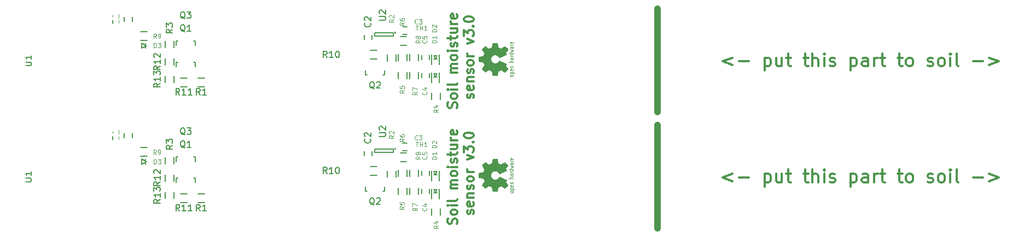
<source format=gbr>
G04 #@! TF.FileFunction,Legend,Top*
%FSLAX46Y46*%
G04 Gerber Fmt 4.6, Leading zero omitted, Abs format (unit mm)*
G04 Created by KiCad (PCBNEW no-vcs-found-undefined) date Fri Nov 11 20:13:07 2016*
%MOMM*%
%LPD*%
G01*
G04 APERTURE LIST*
%ADD10C,0.100000*%
%ADD11C,0.300000*%
%ADD12C,1.000000*%
%ADD13C,0.150000*%
%ADD14C,0.002540*%
%ADD15C,0.075000*%
%ADD16C,0.110000*%
%ADD17C,0.120000*%
%ADD18R,1.727200X1.727200*%
%ADD19O,1.727200X1.727200*%
%ADD20R,0.900000X0.500000*%
%ADD21R,0.800000X0.750000*%
%ADD22R,0.500000X0.900000*%
%ADD23R,0.750000X0.800000*%
%ADD24R,0.700000X0.600000*%
%ADD25R,0.650000X1.060000*%
%ADD26R,0.800100X0.800100*%
%ADD27R,0.800000X0.800000*%
%ADD28O,3.600000X0.800000*%
%ADD29O,0.800000X3.600000*%
%ADD30R,2.790000X5.080000*%
G04 APERTURE END LIST*
D10*
D11*
X146932142Y-80357142D02*
X147003571Y-80142857D01*
X147003571Y-79785714D01*
X146932142Y-79642857D01*
X146860714Y-79571428D01*
X146717857Y-79500000D01*
X146575000Y-79500000D01*
X146432142Y-79571428D01*
X146360714Y-79642857D01*
X146289285Y-79785714D01*
X146217857Y-80071428D01*
X146146428Y-80214285D01*
X146075000Y-80285714D01*
X145932142Y-80357142D01*
X145789285Y-80357142D01*
X145646428Y-80285714D01*
X145575000Y-80214285D01*
X145503571Y-80071428D01*
X145503571Y-79714285D01*
X145575000Y-79500000D01*
X147003571Y-78642857D02*
X146932142Y-78785714D01*
X146860714Y-78857142D01*
X146717857Y-78928571D01*
X146289285Y-78928571D01*
X146146428Y-78857142D01*
X146075000Y-78785714D01*
X146003571Y-78642857D01*
X146003571Y-78428571D01*
X146075000Y-78285714D01*
X146146428Y-78214285D01*
X146289285Y-78142857D01*
X146717857Y-78142857D01*
X146860714Y-78214285D01*
X146932142Y-78285714D01*
X147003571Y-78428571D01*
X147003571Y-78642857D01*
X147003571Y-77500000D02*
X146003571Y-77500000D01*
X145503571Y-77500000D02*
X145575000Y-77571428D01*
X145646428Y-77500000D01*
X145575000Y-77428571D01*
X145503571Y-77500000D01*
X145646428Y-77500000D01*
X147003571Y-76571428D02*
X146932142Y-76714285D01*
X146789285Y-76785714D01*
X145503571Y-76785714D01*
X147003571Y-74857142D02*
X146003571Y-74857142D01*
X146146428Y-74857142D02*
X146075000Y-74785714D01*
X146003571Y-74642857D01*
X146003571Y-74428571D01*
X146075000Y-74285714D01*
X146217857Y-74214285D01*
X147003571Y-74214285D01*
X146217857Y-74214285D02*
X146075000Y-74142857D01*
X146003571Y-74000000D01*
X146003571Y-73785714D01*
X146075000Y-73642857D01*
X146217857Y-73571428D01*
X147003571Y-73571428D01*
X147003571Y-72642857D02*
X146932142Y-72785714D01*
X146860714Y-72857142D01*
X146717857Y-72928571D01*
X146289285Y-72928571D01*
X146146428Y-72857142D01*
X146075000Y-72785714D01*
X146003571Y-72642857D01*
X146003571Y-72428571D01*
X146075000Y-72285714D01*
X146146428Y-72214285D01*
X146289285Y-72142857D01*
X146717857Y-72142857D01*
X146860714Y-72214285D01*
X146932142Y-72285714D01*
X147003571Y-72428571D01*
X147003571Y-72642857D01*
X147003571Y-71500000D02*
X146003571Y-71500000D01*
X145503571Y-71500000D02*
X145575000Y-71571428D01*
X145646428Y-71500000D01*
X145575000Y-71428571D01*
X145503571Y-71500000D01*
X145646428Y-71500000D01*
X146932142Y-70857142D02*
X147003571Y-70714285D01*
X147003571Y-70428571D01*
X146932142Y-70285714D01*
X146789285Y-70214285D01*
X146717857Y-70214285D01*
X146575000Y-70285714D01*
X146503571Y-70428571D01*
X146503571Y-70642857D01*
X146432142Y-70785714D01*
X146289285Y-70857142D01*
X146217857Y-70857142D01*
X146075000Y-70785714D01*
X146003571Y-70642857D01*
X146003571Y-70428571D01*
X146075000Y-70285714D01*
X146003571Y-69785714D02*
X146003571Y-69214285D01*
X145503571Y-69571428D02*
X146789285Y-69571428D01*
X146932142Y-69500000D01*
X147003571Y-69357142D01*
X147003571Y-69214285D01*
X146003571Y-68071428D02*
X147003571Y-68071428D01*
X146003571Y-68714285D02*
X146789285Y-68714285D01*
X146932142Y-68642857D01*
X147003571Y-68500000D01*
X147003571Y-68285714D01*
X146932142Y-68142857D01*
X146860714Y-68071428D01*
X147003571Y-67357142D02*
X146003571Y-67357142D01*
X146289285Y-67357142D02*
X146146428Y-67285714D01*
X146075000Y-67214285D01*
X146003571Y-67071428D01*
X146003571Y-66928571D01*
X146932142Y-65857142D02*
X147003571Y-66000000D01*
X147003571Y-66285714D01*
X146932142Y-66428571D01*
X146789285Y-66500000D01*
X146217857Y-66500000D01*
X146075000Y-66428571D01*
X146003571Y-66285714D01*
X146003571Y-66000000D01*
X146075000Y-65857142D01*
X146217857Y-65785714D01*
X146360714Y-65785714D01*
X146503571Y-66500000D01*
X149482142Y-78821428D02*
X149553571Y-78678571D01*
X149553571Y-78392857D01*
X149482142Y-78250000D01*
X149339285Y-78178571D01*
X149267857Y-78178571D01*
X149125000Y-78250000D01*
X149053571Y-78392857D01*
X149053571Y-78607142D01*
X148982142Y-78750000D01*
X148839285Y-78821428D01*
X148767857Y-78821428D01*
X148625000Y-78750000D01*
X148553571Y-78607142D01*
X148553571Y-78392857D01*
X148625000Y-78250000D01*
X149482142Y-76964285D02*
X149553571Y-77107142D01*
X149553571Y-77392857D01*
X149482142Y-77535714D01*
X149339285Y-77607142D01*
X148767857Y-77607142D01*
X148625000Y-77535714D01*
X148553571Y-77392857D01*
X148553571Y-77107142D01*
X148625000Y-76964285D01*
X148767857Y-76892857D01*
X148910714Y-76892857D01*
X149053571Y-77607142D01*
X148553571Y-76250000D02*
X149553571Y-76250000D01*
X148696428Y-76250000D02*
X148625000Y-76178571D01*
X148553571Y-76035714D01*
X148553571Y-75821428D01*
X148625000Y-75678571D01*
X148767857Y-75607142D01*
X149553571Y-75607142D01*
X149482142Y-74964285D02*
X149553571Y-74821428D01*
X149553571Y-74535714D01*
X149482142Y-74392857D01*
X149339285Y-74321428D01*
X149267857Y-74321428D01*
X149125000Y-74392857D01*
X149053571Y-74535714D01*
X149053571Y-74750000D01*
X148982142Y-74892857D01*
X148839285Y-74964285D01*
X148767857Y-74964285D01*
X148625000Y-74892857D01*
X148553571Y-74750000D01*
X148553571Y-74535714D01*
X148625000Y-74392857D01*
X149553571Y-73464285D02*
X149482142Y-73607142D01*
X149410714Y-73678571D01*
X149267857Y-73750000D01*
X148839285Y-73750000D01*
X148696428Y-73678571D01*
X148625000Y-73607142D01*
X148553571Y-73464285D01*
X148553571Y-73250000D01*
X148625000Y-73107142D01*
X148696428Y-73035714D01*
X148839285Y-72964285D01*
X149267857Y-72964285D01*
X149410714Y-73035714D01*
X149482142Y-73107142D01*
X149553571Y-73250000D01*
X149553571Y-73464285D01*
X149553571Y-72321428D02*
X148553571Y-72321428D01*
X148839285Y-72321428D02*
X148696428Y-72250000D01*
X148625000Y-72178571D01*
X148553571Y-72035714D01*
X148553571Y-71892857D01*
X148553571Y-70392857D02*
X149553571Y-70035714D01*
X148553571Y-69678571D01*
X148053571Y-69250000D02*
X148053571Y-68321428D01*
X148625000Y-68821428D01*
X148625000Y-68607142D01*
X148696428Y-68464285D01*
X148767857Y-68392857D01*
X148910714Y-68321428D01*
X149267857Y-68321428D01*
X149410714Y-68392857D01*
X149482142Y-68464285D01*
X149553571Y-68607142D01*
X149553571Y-69035714D01*
X149482142Y-69178571D01*
X149410714Y-69250000D01*
X149410714Y-67678571D02*
X149482142Y-67607142D01*
X149553571Y-67678571D01*
X149482142Y-67750000D01*
X149410714Y-67678571D01*
X149553571Y-67678571D01*
X148053571Y-66678571D02*
X148053571Y-66535714D01*
X148125000Y-66392857D01*
X148196428Y-66321428D01*
X148339285Y-66250000D01*
X148625000Y-66178571D01*
X148982142Y-66178571D01*
X149267857Y-66250000D01*
X149410714Y-66321428D01*
X149482142Y-66392857D01*
X149553571Y-66535714D01*
X149553571Y-66678571D01*
X149482142Y-66821428D01*
X149410714Y-66892857D01*
X149267857Y-66964285D01*
X148982142Y-67035714D01*
X148625000Y-67035714D01*
X148339285Y-66964285D01*
X148196428Y-66892857D01*
X148125000Y-66821428D01*
X148053571Y-66678571D01*
D12*
X178000000Y-81000000D02*
X178000000Y-65000000D01*
D11*
X189642857Y-72571428D02*
X188119047Y-73142857D01*
X189642857Y-73714285D01*
X190595238Y-73142857D02*
X192119047Y-73142857D01*
X194595238Y-72571428D02*
X194595238Y-74571428D01*
X194595238Y-72666666D02*
X194785714Y-72571428D01*
X195166666Y-72571428D01*
X195357142Y-72666666D01*
X195452380Y-72761904D01*
X195547619Y-72952380D01*
X195547619Y-73523809D01*
X195452380Y-73714285D01*
X195357142Y-73809523D01*
X195166666Y-73904761D01*
X194785714Y-73904761D01*
X194595238Y-73809523D01*
X197261904Y-72571428D02*
X197261904Y-73904761D01*
X196404761Y-72571428D02*
X196404761Y-73619047D01*
X196500000Y-73809523D01*
X196690476Y-73904761D01*
X196976190Y-73904761D01*
X197166666Y-73809523D01*
X197261904Y-73714285D01*
X197928571Y-72571428D02*
X198690476Y-72571428D01*
X198214285Y-71904761D02*
X198214285Y-73619047D01*
X198309523Y-73809523D01*
X198500000Y-73904761D01*
X198690476Y-73904761D01*
X200595238Y-72571428D02*
X201357142Y-72571428D01*
X200880952Y-71904761D02*
X200880952Y-73619047D01*
X200976190Y-73809523D01*
X201166666Y-73904761D01*
X201357142Y-73904761D01*
X202023809Y-73904761D02*
X202023809Y-71904761D01*
X202880952Y-73904761D02*
X202880952Y-72857142D01*
X202785714Y-72666666D01*
X202595238Y-72571428D01*
X202309523Y-72571428D01*
X202119047Y-72666666D01*
X202023809Y-72761904D01*
X203833333Y-73904761D02*
X203833333Y-72571428D01*
X203833333Y-71904761D02*
X203738095Y-72000000D01*
X203833333Y-72095238D01*
X203928571Y-72000000D01*
X203833333Y-71904761D01*
X203833333Y-72095238D01*
X204690476Y-73809523D02*
X204880952Y-73904761D01*
X205261904Y-73904761D01*
X205452380Y-73809523D01*
X205547619Y-73619047D01*
X205547619Y-73523809D01*
X205452380Y-73333333D01*
X205261904Y-73238095D01*
X204976190Y-73238095D01*
X204785714Y-73142857D01*
X204690476Y-72952380D01*
X204690476Y-72857142D01*
X204785714Y-72666666D01*
X204976190Y-72571428D01*
X205261904Y-72571428D01*
X205452380Y-72666666D01*
X207928571Y-72571428D02*
X207928571Y-74571428D01*
X207928571Y-72666666D02*
X208119047Y-72571428D01*
X208500000Y-72571428D01*
X208690476Y-72666666D01*
X208785714Y-72761904D01*
X208880952Y-72952380D01*
X208880952Y-73523809D01*
X208785714Y-73714285D01*
X208690476Y-73809523D01*
X208500000Y-73904761D01*
X208119047Y-73904761D01*
X207928571Y-73809523D01*
X210595238Y-73904761D02*
X210595238Y-72857142D01*
X210500000Y-72666666D01*
X210309523Y-72571428D01*
X209928571Y-72571428D01*
X209738095Y-72666666D01*
X210595238Y-73809523D02*
X210404761Y-73904761D01*
X209928571Y-73904761D01*
X209738095Y-73809523D01*
X209642857Y-73619047D01*
X209642857Y-73428571D01*
X209738095Y-73238095D01*
X209928571Y-73142857D01*
X210404761Y-73142857D01*
X210595238Y-73047619D01*
X211547619Y-73904761D02*
X211547619Y-72571428D01*
X211547619Y-72952380D02*
X211642857Y-72761904D01*
X211738095Y-72666666D01*
X211928571Y-72571428D01*
X212119047Y-72571428D01*
X212500000Y-72571428D02*
X213261904Y-72571428D01*
X212785714Y-71904761D02*
X212785714Y-73619047D01*
X212880952Y-73809523D01*
X213071428Y-73904761D01*
X213261904Y-73904761D01*
X215166666Y-72571428D02*
X215928571Y-72571428D01*
X215452380Y-71904761D02*
X215452380Y-73619047D01*
X215547619Y-73809523D01*
X215738095Y-73904761D01*
X215928571Y-73904761D01*
X216880952Y-73904761D02*
X216690476Y-73809523D01*
X216595238Y-73714285D01*
X216500000Y-73523809D01*
X216500000Y-72952380D01*
X216595238Y-72761904D01*
X216690476Y-72666666D01*
X216880952Y-72571428D01*
X217166666Y-72571428D01*
X217357142Y-72666666D01*
X217452380Y-72761904D01*
X217547619Y-72952380D01*
X217547619Y-73523809D01*
X217452380Y-73714285D01*
X217357142Y-73809523D01*
X217166666Y-73904761D01*
X216880952Y-73904761D01*
X219833333Y-73809523D02*
X220023809Y-73904761D01*
X220404761Y-73904761D01*
X220595238Y-73809523D01*
X220690476Y-73619047D01*
X220690476Y-73523809D01*
X220595238Y-73333333D01*
X220404761Y-73238095D01*
X220119047Y-73238095D01*
X219928571Y-73142857D01*
X219833333Y-72952380D01*
X219833333Y-72857142D01*
X219928571Y-72666666D01*
X220119047Y-72571428D01*
X220404761Y-72571428D01*
X220595238Y-72666666D01*
X221833333Y-73904761D02*
X221642857Y-73809523D01*
X221547619Y-73714285D01*
X221452380Y-73523809D01*
X221452380Y-72952380D01*
X221547619Y-72761904D01*
X221642857Y-72666666D01*
X221833333Y-72571428D01*
X222119047Y-72571428D01*
X222309523Y-72666666D01*
X222404761Y-72761904D01*
X222500000Y-72952380D01*
X222500000Y-73523809D01*
X222404761Y-73714285D01*
X222309523Y-73809523D01*
X222119047Y-73904761D01*
X221833333Y-73904761D01*
X223357142Y-73904761D02*
X223357142Y-72571428D01*
X223357142Y-71904761D02*
X223261904Y-72000000D01*
X223357142Y-72095238D01*
X223452380Y-72000000D01*
X223357142Y-71904761D01*
X223357142Y-72095238D01*
X224595238Y-73904761D02*
X224404761Y-73809523D01*
X224309523Y-73619047D01*
X224309523Y-71904761D01*
X226880952Y-73142857D02*
X228404761Y-73142857D01*
X229357142Y-72571428D02*
X230880952Y-73142857D01*
X229357142Y-73714285D01*
X189642857Y-90571428D02*
X188119047Y-91142857D01*
X189642857Y-91714285D01*
X190595238Y-91142857D02*
X192119047Y-91142857D01*
X194595238Y-90571428D02*
X194595238Y-92571428D01*
X194595238Y-90666666D02*
X194785714Y-90571428D01*
X195166666Y-90571428D01*
X195357142Y-90666666D01*
X195452380Y-90761904D01*
X195547619Y-90952380D01*
X195547619Y-91523809D01*
X195452380Y-91714285D01*
X195357142Y-91809523D01*
X195166666Y-91904761D01*
X194785714Y-91904761D01*
X194595238Y-91809523D01*
X197261904Y-90571428D02*
X197261904Y-91904761D01*
X196404761Y-90571428D02*
X196404761Y-91619047D01*
X196500000Y-91809523D01*
X196690476Y-91904761D01*
X196976190Y-91904761D01*
X197166666Y-91809523D01*
X197261904Y-91714285D01*
X197928571Y-90571428D02*
X198690476Y-90571428D01*
X198214285Y-89904761D02*
X198214285Y-91619047D01*
X198309523Y-91809523D01*
X198500000Y-91904761D01*
X198690476Y-91904761D01*
X200595238Y-90571428D02*
X201357142Y-90571428D01*
X200880952Y-89904761D02*
X200880952Y-91619047D01*
X200976190Y-91809523D01*
X201166666Y-91904761D01*
X201357142Y-91904761D01*
X202023809Y-91904761D02*
X202023809Y-89904761D01*
X202880952Y-91904761D02*
X202880952Y-90857142D01*
X202785714Y-90666666D01*
X202595238Y-90571428D01*
X202309523Y-90571428D01*
X202119047Y-90666666D01*
X202023809Y-90761904D01*
X203833333Y-91904761D02*
X203833333Y-90571428D01*
X203833333Y-89904761D02*
X203738095Y-90000000D01*
X203833333Y-90095238D01*
X203928571Y-90000000D01*
X203833333Y-89904761D01*
X203833333Y-90095238D01*
X204690476Y-91809523D02*
X204880952Y-91904761D01*
X205261904Y-91904761D01*
X205452380Y-91809523D01*
X205547619Y-91619047D01*
X205547619Y-91523809D01*
X205452380Y-91333333D01*
X205261904Y-91238095D01*
X204976190Y-91238095D01*
X204785714Y-91142857D01*
X204690476Y-90952380D01*
X204690476Y-90857142D01*
X204785714Y-90666666D01*
X204976190Y-90571428D01*
X205261904Y-90571428D01*
X205452380Y-90666666D01*
X207928571Y-90571428D02*
X207928571Y-92571428D01*
X207928571Y-90666666D02*
X208119047Y-90571428D01*
X208500000Y-90571428D01*
X208690476Y-90666666D01*
X208785714Y-90761904D01*
X208880952Y-90952380D01*
X208880952Y-91523809D01*
X208785714Y-91714285D01*
X208690476Y-91809523D01*
X208500000Y-91904761D01*
X208119047Y-91904761D01*
X207928571Y-91809523D01*
X210595238Y-91904761D02*
X210595238Y-90857142D01*
X210500000Y-90666666D01*
X210309523Y-90571428D01*
X209928571Y-90571428D01*
X209738095Y-90666666D01*
X210595238Y-91809523D02*
X210404761Y-91904761D01*
X209928571Y-91904761D01*
X209738095Y-91809523D01*
X209642857Y-91619047D01*
X209642857Y-91428571D01*
X209738095Y-91238095D01*
X209928571Y-91142857D01*
X210404761Y-91142857D01*
X210595238Y-91047619D01*
X211547619Y-91904761D02*
X211547619Y-90571428D01*
X211547619Y-90952380D02*
X211642857Y-90761904D01*
X211738095Y-90666666D01*
X211928571Y-90571428D01*
X212119047Y-90571428D01*
X212500000Y-90571428D02*
X213261904Y-90571428D01*
X212785714Y-89904761D02*
X212785714Y-91619047D01*
X212880952Y-91809523D01*
X213071428Y-91904761D01*
X213261904Y-91904761D01*
X215166666Y-90571428D02*
X215928571Y-90571428D01*
X215452380Y-89904761D02*
X215452380Y-91619047D01*
X215547619Y-91809523D01*
X215738095Y-91904761D01*
X215928571Y-91904761D01*
X216880952Y-91904761D02*
X216690476Y-91809523D01*
X216595238Y-91714285D01*
X216500000Y-91523809D01*
X216500000Y-90952380D01*
X216595238Y-90761904D01*
X216690476Y-90666666D01*
X216880952Y-90571428D01*
X217166666Y-90571428D01*
X217357142Y-90666666D01*
X217452380Y-90761904D01*
X217547619Y-90952380D01*
X217547619Y-91523809D01*
X217452380Y-91714285D01*
X217357142Y-91809523D01*
X217166666Y-91904761D01*
X216880952Y-91904761D01*
X219833333Y-91809523D02*
X220023809Y-91904761D01*
X220404761Y-91904761D01*
X220595238Y-91809523D01*
X220690476Y-91619047D01*
X220690476Y-91523809D01*
X220595238Y-91333333D01*
X220404761Y-91238095D01*
X220119047Y-91238095D01*
X219928571Y-91142857D01*
X219833333Y-90952380D01*
X219833333Y-90857142D01*
X219928571Y-90666666D01*
X220119047Y-90571428D01*
X220404761Y-90571428D01*
X220595238Y-90666666D01*
X221833333Y-91904761D02*
X221642857Y-91809523D01*
X221547619Y-91714285D01*
X221452380Y-91523809D01*
X221452380Y-90952380D01*
X221547619Y-90761904D01*
X221642857Y-90666666D01*
X221833333Y-90571428D01*
X222119047Y-90571428D01*
X222309523Y-90666666D01*
X222404761Y-90761904D01*
X222500000Y-90952380D01*
X222500000Y-91523809D01*
X222404761Y-91714285D01*
X222309523Y-91809523D01*
X222119047Y-91904761D01*
X221833333Y-91904761D01*
X223357142Y-91904761D02*
X223357142Y-90571428D01*
X223357142Y-89904761D02*
X223261904Y-90000000D01*
X223357142Y-90095238D01*
X223452380Y-90000000D01*
X223357142Y-89904761D01*
X223357142Y-90095238D01*
X224595238Y-91904761D02*
X224404761Y-91809523D01*
X224309523Y-91619047D01*
X224309523Y-89904761D01*
X226880952Y-91142857D02*
X228404761Y-91142857D01*
X229357142Y-90571428D02*
X230880952Y-91142857D01*
X229357142Y-91714285D01*
D12*
X178000000Y-99000000D02*
X178000000Y-83000000D01*
D11*
X146932142Y-98357142D02*
X147003571Y-98142857D01*
X147003571Y-97785714D01*
X146932142Y-97642857D01*
X146860714Y-97571428D01*
X146717857Y-97500000D01*
X146575000Y-97500000D01*
X146432142Y-97571428D01*
X146360714Y-97642857D01*
X146289285Y-97785714D01*
X146217857Y-98071428D01*
X146146428Y-98214285D01*
X146075000Y-98285714D01*
X145932142Y-98357142D01*
X145789285Y-98357142D01*
X145646428Y-98285714D01*
X145575000Y-98214285D01*
X145503571Y-98071428D01*
X145503571Y-97714285D01*
X145575000Y-97500000D01*
X147003571Y-96642857D02*
X146932142Y-96785714D01*
X146860714Y-96857142D01*
X146717857Y-96928571D01*
X146289285Y-96928571D01*
X146146428Y-96857142D01*
X146075000Y-96785714D01*
X146003571Y-96642857D01*
X146003571Y-96428571D01*
X146075000Y-96285714D01*
X146146428Y-96214285D01*
X146289285Y-96142857D01*
X146717857Y-96142857D01*
X146860714Y-96214285D01*
X146932142Y-96285714D01*
X147003571Y-96428571D01*
X147003571Y-96642857D01*
X147003571Y-95500000D02*
X146003571Y-95500000D01*
X145503571Y-95500000D02*
X145575000Y-95571428D01*
X145646428Y-95500000D01*
X145575000Y-95428571D01*
X145503571Y-95500000D01*
X145646428Y-95500000D01*
X147003571Y-94571428D02*
X146932142Y-94714285D01*
X146789285Y-94785714D01*
X145503571Y-94785714D01*
X147003571Y-92857142D02*
X146003571Y-92857142D01*
X146146428Y-92857142D02*
X146075000Y-92785714D01*
X146003571Y-92642857D01*
X146003571Y-92428571D01*
X146075000Y-92285714D01*
X146217857Y-92214285D01*
X147003571Y-92214285D01*
X146217857Y-92214285D02*
X146075000Y-92142857D01*
X146003571Y-92000000D01*
X146003571Y-91785714D01*
X146075000Y-91642857D01*
X146217857Y-91571428D01*
X147003571Y-91571428D01*
X147003571Y-90642857D02*
X146932142Y-90785714D01*
X146860714Y-90857142D01*
X146717857Y-90928571D01*
X146289285Y-90928571D01*
X146146428Y-90857142D01*
X146075000Y-90785714D01*
X146003571Y-90642857D01*
X146003571Y-90428571D01*
X146075000Y-90285714D01*
X146146428Y-90214285D01*
X146289285Y-90142857D01*
X146717857Y-90142857D01*
X146860714Y-90214285D01*
X146932142Y-90285714D01*
X147003571Y-90428571D01*
X147003571Y-90642857D01*
X147003571Y-89500000D02*
X146003571Y-89500000D01*
X145503571Y-89500000D02*
X145575000Y-89571428D01*
X145646428Y-89500000D01*
X145575000Y-89428571D01*
X145503571Y-89500000D01*
X145646428Y-89500000D01*
X146932142Y-88857142D02*
X147003571Y-88714285D01*
X147003571Y-88428571D01*
X146932142Y-88285714D01*
X146789285Y-88214285D01*
X146717857Y-88214285D01*
X146575000Y-88285714D01*
X146503571Y-88428571D01*
X146503571Y-88642857D01*
X146432142Y-88785714D01*
X146289285Y-88857142D01*
X146217857Y-88857142D01*
X146075000Y-88785714D01*
X146003571Y-88642857D01*
X146003571Y-88428571D01*
X146075000Y-88285714D01*
X146003571Y-87785714D02*
X146003571Y-87214285D01*
X145503571Y-87571428D02*
X146789285Y-87571428D01*
X146932142Y-87500000D01*
X147003571Y-87357142D01*
X147003571Y-87214285D01*
X146003571Y-86071428D02*
X147003571Y-86071428D01*
X146003571Y-86714285D02*
X146789285Y-86714285D01*
X146932142Y-86642857D01*
X147003571Y-86500000D01*
X147003571Y-86285714D01*
X146932142Y-86142857D01*
X146860714Y-86071428D01*
X147003571Y-85357142D02*
X146003571Y-85357142D01*
X146289285Y-85357142D02*
X146146428Y-85285714D01*
X146075000Y-85214285D01*
X146003571Y-85071428D01*
X146003571Y-84928571D01*
X146932142Y-83857142D02*
X147003571Y-84000000D01*
X147003571Y-84285714D01*
X146932142Y-84428571D01*
X146789285Y-84500000D01*
X146217857Y-84500000D01*
X146075000Y-84428571D01*
X146003571Y-84285714D01*
X146003571Y-84000000D01*
X146075000Y-83857142D01*
X146217857Y-83785714D01*
X146360714Y-83785714D01*
X146503571Y-84500000D01*
X149482142Y-96821428D02*
X149553571Y-96678571D01*
X149553571Y-96392857D01*
X149482142Y-96250000D01*
X149339285Y-96178571D01*
X149267857Y-96178571D01*
X149125000Y-96250000D01*
X149053571Y-96392857D01*
X149053571Y-96607142D01*
X148982142Y-96750000D01*
X148839285Y-96821428D01*
X148767857Y-96821428D01*
X148625000Y-96750000D01*
X148553571Y-96607142D01*
X148553571Y-96392857D01*
X148625000Y-96250000D01*
X149482142Y-94964285D02*
X149553571Y-95107142D01*
X149553571Y-95392857D01*
X149482142Y-95535714D01*
X149339285Y-95607142D01*
X148767857Y-95607142D01*
X148625000Y-95535714D01*
X148553571Y-95392857D01*
X148553571Y-95107142D01*
X148625000Y-94964285D01*
X148767857Y-94892857D01*
X148910714Y-94892857D01*
X149053571Y-95607142D01*
X148553571Y-94250000D02*
X149553571Y-94250000D01*
X148696428Y-94250000D02*
X148625000Y-94178571D01*
X148553571Y-94035714D01*
X148553571Y-93821428D01*
X148625000Y-93678571D01*
X148767857Y-93607142D01*
X149553571Y-93607142D01*
X149482142Y-92964285D02*
X149553571Y-92821428D01*
X149553571Y-92535714D01*
X149482142Y-92392857D01*
X149339285Y-92321428D01*
X149267857Y-92321428D01*
X149125000Y-92392857D01*
X149053571Y-92535714D01*
X149053571Y-92750000D01*
X148982142Y-92892857D01*
X148839285Y-92964285D01*
X148767857Y-92964285D01*
X148625000Y-92892857D01*
X148553571Y-92750000D01*
X148553571Y-92535714D01*
X148625000Y-92392857D01*
X149553571Y-91464285D02*
X149482142Y-91607142D01*
X149410714Y-91678571D01*
X149267857Y-91750000D01*
X148839285Y-91750000D01*
X148696428Y-91678571D01*
X148625000Y-91607142D01*
X148553571Y-91464285D01*
X148553571Y-91250000D01*
X148625000Y-91107142D01*
X148696428Y-91035714D01*
X148839285Y-90964285D01*
X149267857Y-90964285D01*
X149410714Y-91035714D01*
X149482142Y-91107142D01*
X149553571Y-91250000D01*
X149553571Y-91464285D01*
X149553571Y-90321428D02*
X148553571Y-90321428D01*
X148839285Y-90321428D02*
X148696428Y-90250000D01*
X148625000Y-90178571D01*
X148553571Y-90035714D01*
X148553571Y-89892857D01*
X148553571Y-88392857D02*
X149553571Y-88035714D01*
X148553571Y-87678571D01*
X148053571Y-87250000D02*
X148053571Y-86321428D01*
X148625000Y-86821428D01*
X148625000Y-86607142D01*
X148696428Y-86464285D01*
X148767857Y-86392857D01*
X148910714Y-86321428D01*
X149267857Y-86321428D01*
X149410714Y-86392857D01*
X149482142Y-86464285D01*
X149553571Y-86607142D01*
X149553571Y-87035714D01*
X149482142Y-87178571D01*
X149410714Y-87250000D01*
X149410714Y-85678571D02*
X149482142Y-85607142D01*
X149553571Y-85678571D01*
X149482142Y-85750000D01*
X149410714Y-85678571D01*
X149553571Y-85678571D01*
X148053571Y-84678571D02*
X148053571Y-84535714D01*
X148125000Y-84392857D01*
X148196428Y-84321428D01*
X148339285Y-84250000D01*
X148625000Y-84178571D01*
X148982142Y-84178571D01*
X149267857Y-84250000D01*
X149410714Y-84321428D01*
X149482142Y-84392857D01*
X149553571Y-84535714D01*
X149553571Y-84678571D01*
X149482142Y-84821428D01*
X149410714Y-84892857D01*
X149267857Y-84964285D01*
X148982142Y-85035714D01*
X148625000Y-85035714D01*
X148339285Y-84964285D01*
X148196428Y-84892857D01*
X148125000Y-84821428D01*
X148053571Y-84678571D01*
D13*
X139237000Y-74790000D02*
X139237000Y-75790000D01*
X137887000Y-75790000D02*
X137887000Y-74790000D01*
X139665000Y-75790000D02*
X139665000Y-74790000D01*
X141015000Y-74790000D02*
X141015000Y-75790000D01*
X141015000Y-71996000D02*
X141015000Y-72996000D01*
X139665000Y-72996000D02*
X139665000Y-71996000D01*
X139250000Y-69000000D02*
X138550000Y-69000000D01*
X138550000Y-67800000D02*
X139250000Y-67800000D01*
X138200000Y-69325000D02*
X139200000Y-69325000D01*
X139200000Y-70675000D02*
X138200000Y-70675000D01*
X137887000Y-72996000D02*
X137887000Y-71996000D01*
X139237000Y-71996000D02*
X139237000Y-72996000D01*
X142718000Y-72146000D02*
X142718000Y-72846000D01*
X141518000Y-72846000D02*
X141518000Y-72146000D01*
X141518000Y-75640000D02*
X141518000Y-74940000D01*
X142718000Y-74940000D02*
X142718000Y-75640000D01*
D14*
G36*
X154845360Y-74313840D02*
X154830120Y-74288440D01*
X154794560Y-74230020D01*
X154738680Y-74146200D01*
X154672640Y-74047140D01*
X154606600Y-73948080D01*
X154553260Y-73866800D01*
X154515160Y-73810920D01*
X154502460Y-73785520D01*
X154507540Y-73772820D01*
X154530400Y-73727100D01*
X154565960Y-73658520D01*
X154586280Y-73617880D01*
X154611680Y-73556920D01*
X154619300Y-73523900D01*
X154609140Y-73518820D01*
X154560880Y-73495960D01*
X154479600Y-73460400D01*
X154370380Y-73414680D01*
X154243380Y-73358800D01*
X154108760Y-73302920D01*
X153969060Y-73244500D01*
X153834440Y-73188620D01*
X153715060Y-73140360D01*
X153618540Y-73099720D01*
X153549960Y-73074320D01*
X153522020Y-73064160D01*
X153514400Y-73066700D01*
X153483920Y-73099720D01*
X153443280Y-73153060D01*
X153346760Y-73272440D01*
X153201980Y-73389280D01*
X153036880Y-73460400D01*
X152851460Y-73483260D01*
X152681280Y-73462940D01*
X152518720Y-73396900D01*
X152371400Y-73282600D01*
X152262180Y-73142900D01*
X152193600Y-72980340D01*
X152170740Y-72800000D01*
X152191060Y-72627280D01*
X152257100Y-72459640D01*
X152368860Y-72312320D01*
X152439980Y-72248820D01*
X152589840Y-72162460D01*
X152747320Y-72114200D01*
X152787960Y-72109120D01*
X152963220Y-72116740D01*
X153133400Y-72167540D01*
X153283260Y-72261520D01*
X153407720Y-72391060D01*
X153417880Y-72406300D01*
X153463600Y-72464720D01*
X153494080Y-72505360D01*
X153519480Y-72535840D01*
X154057960Y-72312320D01*
X154141780Y-72276760D01*
X154289100Y-72215800D01*
X154416100Y-72162460D01*
X154517700Y-72119280D01*
X154583740Y-72088800D01*
X154611680Y-72076100D01*
X154614220Y-72076100D01*
X154616760Y-72055780D01*
X154601520Y-72015140D01*
X154565960Y-71938940D01*
X154540560Y-71890680D01*
X154512620Y-71832260D01*
X154502460Y-71806860D01*
X154515160Y-71784000D01*
X154550720Y-71730660D01*
X154604060Y-71649380D01*
X154667560Y-71552860D01*
X154731060Y-71461420D01*
X154786940Y-71377600D01*
X154825040Y-71316640D01*
X154842820Y-71286160D01*
X154842820Y-71281080D01*
X154827580Y-71255680D01*
X154786940Y-71207420D01*
X154718360Y-71133760D01*
X154614220Y-71029620D01*
X154598980Y-71014380D01*
X154512620Y-70928020D01*
X154438960Y-70859440D01*
X154388160Y-70813720D01*
X154365300Y-70795940D01*
X154365300Y-70795940D01*
X154334820Y-70811180D01*
X154273860Y-70849280D01*
X154187500Y-70905160D01*
X154088440Y-70973740D01*
X153829360Y-71151540D01*
X153585520Y-71055020D01*
X153509320Y-71024540D01*
X153420420Y-70986440D01*
X153354380Y-70958500D01*
X153326440Y-70943260D01*
X153316280Y-70917860D01*
X153301040Y-70849280D01*
X153280720Y-70752760D01*
X153260400Y-70638460D01*
X153240080Y-70526700D01*
X153219760Y-70427640D01*
X153207060Y-70356520D01*
X153199440Y-70323500D01*
X153194360Y-70315880D01*
X153179120Y-70308260D01*
X153146100Y-70305720D01*
X153085140Y-70303180D01*
X152991160Y-70300640D01*
X152851460Y-70300640D01*
X152836220Y-70300640D01*
X152706680Y-70303180D01*
X152600000Y-70305720D01*
X152533960Y-70308260D01*
X152506020Y-70313340D01*
X152506020Y-70313340D01*
X152498400Y-70343820D01*
X152483160Y-70414940D01*
X152465380Y-70514000D01*
X152442520Y-70633380D01*
X152439980Y-70641000D01*
X152417120Y-70757840D01*
X152396800Y-70856900D01*
X152381560Y-70928020D01*
X152371400Y-70955960D01*
X152363780Y-70963580D01*
X152318060Y-70986440D01*
X152244400Y-71019460D01*
X152155500Y-71060100D01*
X152061520Y-71098200D01*
X151977700Y-71131220D01*
X151916740Y-71154080D01*
X151888800Y-71161700D01*
X151886260Y-71159160D01*
X151858320Y-71141380D01*
X151797360Y-71100740D01*
X151713540Y-71044860D01*
X151611940Y-70976280D01*
X151604320Y-70971200D01*
X151505260Y-70902620D01*
X151418900Y-70846740D01*
X151360480Y-70811180D01*
X151332540Y-70795940D01*
X151330000Y-70795940D01*
X151299520Y-70818800D01*
X151243640Y-70869600D01*
X151167440Y-70943260D01*
X151078540Y-71029620D01*
X151053140Y-71057560D01*
X150956620Y-71156620D01*
X150895660Y-71222660D01*
X150862640Y-71265840D01*
X150855020Y-71286160D01*
X150855020Y-71286160D01*
X150872800Y-71316640D01*
X150913440Y-71380140D01*
X150971860Y-71463960D01*
X151040440Y-71565560D01*
X151045520Y-71573180D01*
X151114100Y-71672240D01*
X151169980Y-71756060D01*
X151210620Y-71814480D01*
X151225860Y-71842420D01*
X151225860Y-71844960D01*
X151213160Y-71885600D01*
X151187760Y-71956720D01*
X151154740Y-72045620D01*
X151116640Y-72137060D01*
X151081080Y-72220880D01*
X151053140Y-72284380D01*
X151035360Y-72314860D01*
X151035360Y-72314860D01*
X150999800Y-72325020D01*
X150923600Y-72342800D01*
X150822000Y-72363120D01*
X150700080Y-72388520D01*
X150679760Y-72391060D01*
X150560380Y-72413920D01*
X150461320Y-72431700D01*
X150392740Y-72446940D01*
X150364800Y-72454560D01*
X150362260Y-72469800D01*
X150357180Y-72528220D01*
X150354640Y-72617120D01*
X150354640Y-72726340D01*
X150354640Y-72838100D01*
X150357180Y-72947320D01*
X150359720Y-73041300D01*
X150364800Y-73109880D01*
X150369880Y-73137820D01*
X150372420Y-73137820D01*
X150410520Y-73147980D01*
X150484180Y-73165760D01*
X150588320Y-73186080D01*
X150710240Y-73208940D01*
X150733100Y-73214020D01*
X150849940Y-73236880D01*
X150949000Y-73257200D01*
X151015040Y-73269900D01*
X151042980Y-73277520D01*
X151048060Y-73290220D01*
X151068380Y-73338480D01*
X151101400Y-73417220D01*
X151142040Y-73516280D01*
X151233480Y-73744880D01*
X151042980Y-74026820D01*
X151025200Y-74052220D01*
X150956620Y-74153820D01*
X150900740Y-74235100D01*
X150862640Y-74293520D01*
X150849940Y-74316380D01*
X150849940Y-74318920D01*
X150875340Y-74346860D01*
X150928680Y-74402740D01*
X151002340Y-74478940D01*
X151088700Y-74567840D01*
X151154740Y-74631340D01*
X151233480Y-74710080D01*
X151286820Y-74758340D01*
X151319840Y-74786280D01*
X151340160Y-74793900D01*
X151355400Y-74791360D01*
X151383340Y-74773580D01*
X151444300Y-74732940D01*
X151530660Y-74674520D01*
X151629720Y-74605940D01*
X151713540Y-74550060D01*
X151807520Y-74489100D01*
X151873560Y-74451000D01*
X151906580Y-74435760D01*
X151919280Y-74440840D01*
X151975160Y-74458620D01*
X152058980Y-74494180D01*
X152158040Y-74534820D01*
X152379020Y-74633880D01*
X152406960Y-74778660D01*
X152424740Y-74867560D01*
X152447600Y-74989480D01*
X152470460Y-75108860D01*
X152506020Y-75291740D01*
X153181660Y-75299360D01*
X153194360Y-75271420D01*
X153201980Y-75243480D01*
X153217220Y-75174900D01*
X153237540Y-75078380D01*
X153257860Y-74961540D01*
X153275640Y-74865020D01*
X153295960Y-74765960D01*
X153308660Y-74694840D01*
X153316280Y-74664360D01*
X153326440Y-74654200D01*
X153374700Y-74631340D01*
X153450900Y-74595780D01*
X153542340Y-74555140D01*
X153636320Y-74517040D01*
X153725220Y-74481480D01*
X153791260Y-74458620D01*
X153824280Y-74448460D01*
X153852220Y-74461160D01*
X153910640Y-74499260D01*
X153991920Y-74552600D01*
X154090980Y-74621180D01*
X154187500Y-74687220D01*
X154271320Y-74745640D01*
X154332280Y-74783740D01*
X154360220Y-74801520D01*
X154378000Y-74791360D01*
X154426260Y-74753260D01*
X154502460Y-74679600D01*
X154611680Y-74567840D01*
X154629460Y-74550060D01*
X154713280Y-74463700D01*
X154781860Y-74390040D01*
X154827580Y-74336700D01*
X154845360Y-74313840D01*
X154845360Y-74313840D01*
G37*
X154845360Y-74313840D02*
X154830120Y-74288440D01*
X154794560Y-74230020D01*
X154738680Y-74146200D01*
X154672640Y-74047140D01*
X154606600Y-73948080D01*
X154553260Y-73866800D01*
X154515160Y-73810920D01*
X154502460Y-73785520D01*
X154507540Y-73772820D01*
X154530400Y-73727100D01*
X154565960Y-73658520D01*
X154586280Y-73617880D01*
X154611680Y-73556920D01*
X154619300Y-73523900D01*
X154609140Y-73518820D01*
X154560880Y-73495960D01*
X154479600Y-73460400D01*
X154370380Y-73414680D01*
X154243380Y-73358800D01*
X154108760Y-73302920D01*
X153969060Y-73244500D01*
X153834440Y-73188620D01*
X153715060Y-73140360D01*
X153618540Y-73099720D01*
X153549960Y-73074320D01*
X153522020Y-73064160D01*
X153514400Y-73066700D01*
X153483920Y-73099720D01*
X153443280Y-73153060D01*
X153346760Y-73272440D01*
X153201980Y-73389280D01*
X153036880Y-73460400D01*
X152851460Y-73483260D01*
X152681280Y-73462940D01*
X152518720Y-73396900D01*
X152371400Y-73282600D01*
X152262180Y-73142900D01*
X152193600Y-72980340D01*
X152170740Y-72800000D01*
X152191060Y-72627280D01*
X152257100Y-72459640D01*
X152368860Y-72312320D01*
X152439980Y-72248820D01*
X152589840Y-72162460D01*
X152747320Y-72114200D01*
X152787960Y-72109120D01*
X152963220Y-72116740D01*
X153133400Y-72167540D01*
X153283260Y-72261520D01*
X153407720Y-72391060D01*
X153417880Y-72406300D01*
X153463600Y-72464720D01*
X153494080Y-72505360D01*
X153519480Y-72535840D01*
X154057960Y-72312320D01*
X154141780Y-72276760D01*
X154289100Y-72215800D01*
X154416100Y-72162460D01*
X154517700Y-72119280D01*
X154583740Y-72088800D01*
X154611680Y-72076100D01*
X154614220Y-72076100D01*
X154616760Y-72055780D01*
X154601520Y-72015140D01*
X154565960Y-71938940D01*
X154540560Y-71890680D01*
X154512620Y-71832260D01*
X154502460Y-71806860D01*
X154515160Y-71784000D01*
X154550720Y-71730660D01*
X154604060Y-71649380D01*
X154667560Y-71552860D01*
X154731060Y-71461420D01*
X154786940Y-71377600D01*
X154825040Y-71316640D01*
X154842820Y-71286160D01*
X154842820Y-71281080D01*
X154827580Y-71255680D01*
X154786940Y-71207420D01*
X154718360Y-71133760D01*
X154614220Y-71029620D01*
X154598980Y-71014380D01*
X154512620Y-70928020D01*
X154438960Y-70859440D01*
X154388160Y-70813720D01*
X154365300Y-70795940D01*
X154365300Y-70795940D01*
X154334820Y-70811180D01*
X154273860Y-70849280D01*
X154187500Y-70905160D01*
X154088440Y-70973740D01*
X153829360Y-71151540D01*
X153585520Y-71055020D01*
X153509320Y-71024540D01*
X153420420Y-70986440D01*
X153354380Y-70958500D01*
X153326440Y-70943260D01*
X153316280Y-70917860D01*
X153301040Y-70849280D01*
X153280720Y-70752760D01*
X153260400Y-70638460D01*
X153240080Y-70526700D01*
X153219760Y-70427640D01*
X153207060Y-70356520D01*
X153199440Y-70323500D01*
X153194360Y-70315880D01*
X153179120Y-70308260D01*
X153146100Y-70305720D01*
X153085140Y-70303180D01*
X152991160Y-70300640D01*
X152851460Y-70300640D01*
X152836220Y-70300640D01*
X152706680Y-70303180D01*
X152600000Y-70305720D01*
X152533960Y-70308260D01*
X152506020Y-70313340D01*
X152506020Y-70313340D01*
X152498400Y-70343820D01*
X152483160Y-70414940D01*
X152465380Y-70514000D01*
X152442520Y-70633380D01*
X152439980Y-70641000D01*
X152417120Y-70757840D01*
X152396800Y-70856900D01*
X152381560Y-70928020D01*
X152371400Y-70955960D01*
X152363780Y-70963580D01*
X152318060Y-70986440D01*
X152244400Y-71019460D01*
X152155500Y-71060100D01*
X152061520Y-71098200D01*
X151977700Y-71131220D01*
X151916740Y-71154080D01*
X151888800Y-71161700D01*
X151886260Y-71159160D01*
X151858320Y-71141380D01*
X151797360Y-71100740D01*
X151713540Y-71044860D01*
X151611940Y-70976280D01*
X151604320Y-70971200D01*
X151505260Y-70902620D01*
X151418900Y-70846740D01*
X151360480Y-70811180D01*
X151332540Y-70795940D01*
X151330000Y-70795940D01*
X151299520Y-70818800D01*
X151243640Y-70869600D01*
X151167440Y-70943260D01*
X151078540Y-71029620D01*
X151053140Y-71057560D01*
X150956620Y-71156620D01*
X150895660Y-71222660D01*
X150862640Y-71265840D01*
X150855020Y-71286160D01*
X150855020Y-71286160D01*
X150872800Y-71316640D01*
X150913440Y-71380140D01*
X150971860Y-71463960D01*
X151040440Y-71565560D01*
X151045520Y-71573180D01*
X151114100Y-71672240D01*
X151169980Y-71756060D01*
X151210620Y-71814480D01*
X151225860Y-71842420D01*
X151225860Y-71844960D01*
X151213160Y-71885600D01*
X151187760Y-71956720D01*
X151154740Y-72045620D01*
X151116640Y-72137060D01*
X151081080Y-72220880D01*
X151053140Y-72284380D01*
X151035360Y-72314860D01*
X151035360Y-72314860D01*
X150999800Y-72325020D01*
X150923600Y-72342800D01*
X150822000Y-72363120D01*
X150700080Y-72388520D01*
X150679760Y-72391060D01*
X150560380Y-72413920D01*
X150461320Y-72431700D01*
X150392740Y-72446940D01*
X150364800Y-72454560D01*
X150362260Y-72469800D01*
X150357180Y-72528220D01*
X150354640Y-72617120D01*
X150354640Y-72726340D01*
X150354640Y-72838100D01*
X150357180Y-72947320D01*
X150359720Y-73041300D01*
X150364800Y-73109880D01*
X150369880Y-73137820D01*
X150372420Y-73137820D01*
X150410520Y-73147980D01*
X150484180Y-73165760D01*
X150588320Y-73186080D01*
X150710240Y-73208940D01*
X150733100Y-73214020D01*
X150849940Y-73236880D01*
X150949000Y-73257200D01*
X151015040Y-73269900D01*
X151042980Y-73277520D01*
X151048060Y-73290220D01*
X151068380Y-73338480D01*
X151101400Y-73417220D01*
X151142040Y-73516280D01*
X151233480Y-73744880D01*
X151042980Y-74026820D01*
X151025200Y-74052220D01*
X150956620Y-74153820D01*
X150900740Y-74235100D01*
X150862640Y-74293520D01*
X150849940Y-74316380D01*
X150849940Y-74318920D01*
X150875340Y-74346860D01*
X150928680Y-74402740D01*
X151002340Y-74478940D01*
X151088700Y-74567840D01*
X151154740Y-74631340D01*
X151233480Y-74710080D01*
X151286820Y-74758340D01*
X151319840Y-74786280D01*
X151340160Y-74793900D01*
X151355400Y-74791360D01*
X151383340Y-74773580D01*
X151444300Y-74732940D01*
X151530660Y-74674520D01*
X151629720Y-74605940D01*
X151713540Y-74550060D01*
X151807520Y-74489100D01*
X151873560Y-74451000D01*
X151906580Y-74435760D01*
X151919280Y-74440840D01*
X151975160Y-74458620D01*
X152058980Y-74494180D01*
X152158040Y-74534820D01*
X152379020Y-74633880D01*
X152406960Y-74778660D01*
X152424740Y-74867560D01*
X152447600Y-74989480D01*
X152470460Y-75108860D01*
X152506020Y-75291740D01*
X153181660Y-75299360D01*
X153194360Y-75271420D01*
X153201980Y-75243480D01*
X153217220Y-75174900D01*
X153237540Y-75078380D01*
X153257860Y-74961540D01*
X153275640Y-74865020D01*
X153295960Y-74765960D01*
X153308660Y-74694840D01*
X153316280Y-74664360D01*
X153326440Y-74654200D01*
X153374700Y-74631340D01*
X153450900Y-74595780D01*
X153542340Y-74555140D01*
X153636320Y-74517040D01*
X153725220Y-74481480D01*
X153791260Y-74458620D01*
X153824280Y-74448460D01*
X153852220Y-74461160D01*
X153910640Y-74499260D01*
X153991920Y-74552600D01*
X154090980Y-74621180D01*
X154187500Y-74687220D01*
X154271320Y-74745640D01*
X154332280Y-74783740D01*
X154360220Y-74801520D01*
X154378000Y-74791360D01*
X154426260Y-74753260D01*
X154502460Y-74679600D01*
X154611680Y-74567840D01*
X154629460Y-74550060D01*
X154713280Y-74463700D01*
X154781860Y-74390040D01*
X154827580Y-74336700D01*
X154845360Y-74313840D01*
D15*
X155640000Y-75440000D02*
X155680000Y-75390000D01*
X155610000Y-75460000D02*
X155640000Y-75440000D01*
X155550000Y-75480000D02*
X155610000Y-75460000D01*
X155350000Y-75480000D02*
X155550000Y-75480000D01*
X155260000Y-75260000D02*
X155220000Y-75310000D01*
X155290000Y-75240000D02*
X155260000Y-75260000D01*
X155350000Y-75220000D02*
X155290000Y-75240000D01*
X155550000Y-75220000D02*
X155350000Y-75220000D01*
X155620000Y-75240000D02*
X155550000Y-75220000D01*
X155650000Y-75260000D02*
X155620000Y-75240000D01*
X155680000Y-75310000D02*
X155650000Y-75260000D01*
X155680000Y-75390000D02*
X155680000Y-75310000D01*
X155280000Y-75450000D02*
X155350000Y-75480000D01*
X155250000Y-75430000D02*
X155280000Y-75450000D01*
X155220000Y-75390000D02*
X155250000Y-75430000D01*
X155220000Y-75310000D02*
X155220000Y-75390000D01*
X155920000Y-75000000D02*
X155220000Y-75000000D01*
X155680000Y-74950000D02*
X155650000Y-75000000D01*
X155680000Y-74850000D02*
X155680000Y-74950000D01*
X155650000Y-74810000D02*
X155680000Y-74850000D01*
X155620000Y-74790000D02*
X155650000Y-74810000D01*
X155560000Y-74770000D02*
X155620000Y-74790000D01*
X155340000Y-74770000D02*
X155560000Y-74770000D01*
X155280000Y-74790000D02*
X155340000Y-74770000D01*
X155250000Y-74820000D02*
X155280000Y-74790000D01*
X155220000Y-74860000D02*
X155250000Y-74820000D01*
X155220000Y-74960000D02*
X155220000Y-74860000D01*
X155250000Y-75000000D02*
X155220000Y-74960000D01*
X155680000Y-74410000D02*
X155650000Y-74360000D01*
X155680000Y-74510000D02*
X155680000Y-74410000D01*
X155650000Y-74550000D02*
X155680000Y-74510000D01*
X155580000Y-74570000D02*
X155650000Y-74550000D01*
X155310000Y-74570000D02*
X155580000Y-74570000D01*
X155250000Y-74540000D02*
X155310000Y-74570000D01*
X155220000Y-74500000D02*
X155250000Y-74540000D01*
X155220000Y-74400000D02*
X155220000Y-74500000D01*
X155260000Y-74360000D02*
X155220000Y-74400000D01*
X155330000Y-74340000D02*
X155260000Y-74360000D01*
X155450000Y-74340000D02*
X155330000Y-74340000D01*
X155220000Y-74120000D02*
X155680000Y-74120000D01*
X155310000Y-73910000D02*
X155680000Y-73910000D01*
X155250000Y-73930000D02*
X155310000Y-73910000D01*
X155220000Y-73970000D02*
X155250000Y-73930000D01*
X155220000Y-74060000D02*
X155220000Y-73970000D01*
X155250000Y-74100000D02*
X155220000Y-74060000D01*
X155280000Y-74120000D02*
X155250000Y-74100000D01*
X155450000Y-74340000D02*
X155450000Y-74570000D01*
X154980000Y-73290000D02*
X155680000Y-73290000D01*
X155310000Y-73080000D02*
X155680000Y-73080000D01*
X155250000Y-73100000D02*
X155310000Y-73080000D01*
X155220000Y-73140000D02*
X155250000Y-73100000D01*
X155220000Y-73220000D02*
X155220000Y-73140000D01*
X155250000Y-73270000D02*
X155220000Y-73220000D01*
X155290000Y-73290000D02*
X155250000Y-73270000D01*
X155310000Y-72620000D02*
X155680000Y-72620000D01*
X155250000Y-72650000D02*
X155310000Y-72620000D01*
X155220000Y-72690000D02*
X155250000Y-72650000D01*
X155220000Y-72790000D02*
X155220000Y-72690000D01*
X155250000Y-72840000D02*
X155220000Y-72790000D01*
X155410000Y-72780000D02*
X155440000Y-72830000D01*
X155410000Y-72660000D02*
X155410000Y-72780000D01*
X155380000Y-72620000D02*
X155410000Y-72660000D01*
X155680000Y-72670000D02*
X155640000Y-72620000D01*
X155680000Y-72790000D02*
X155680000Y-72670000D01*
X155640000Y-72840000D02*
X155680000Y-72790000D01*
X155580000Y-72860000D02*
X155640000Y-72840000D01*
X155510000Y-72860000D02*
X155580000Y-72860000D01*
X155440000Y-72830000D02*
X155510000Y-72860000D01*
X155220000Y-72380000D02*
X155680000Y-72380000D01*
X155220000Y-72290000D02*
X155220000Y-72240000D01*
X155250000Y-72340000D02*
X155220000Y-72290000D01*
X155270000Y-72360000D02*
X155250000Y-72340000D01*
X155340000Y-72380000D02*
X155270000Y-72360000D01*
X154980000Y-71860000D02*
X155680000Y-71860000D01*
X155210000Y-71920000D02*
X155250000Y-71860000D01*
X155210000Y-71990000D02*
X155210000Y-71920000D01*
X155250000Y-72050000D02*
X155210000Y-71990000D01*
X155280000Y-72070000D02*
X155250000Y-72050000D01*
X155350000Y-72100000D02*
X155280000Y-72070000D01*
X155550000Y-72100000D02*
X155350000Y-72100000D01*
X155620000Y-72070000D02*
X155550000Y-72100000D01*
X155650000Y-72050000D02*
X155620000Y-72070000D01*
X155680000Y-72010000D02*
X155650000Y-72050000D01*
X155680000Y-71900000D02*
X155680000Y-72010000D01*
X155650000Y-71860000D02*
X155680000Y-71900000D01*
X155680000Y-71380000D02*
X155220000Y-71280000D01*
X155340000Y-71480000D02*
X155680000Y-71380000D01*
X155680000Y-71570000D02*
X155340000Y-71480000D01*
X155220000Y-71670000D02*
X155680000Y-71570000D01*
X155440000Y-71090000D02*
X155510000Y-71120000D01*
X155510000Y-71120000D02*
X155580000Y-71120000D01*
X155580000Y-71120000D02*
X155640000Y-71100000D01*
X155640000Y-71100000D02*
X155680000Y-71050000D01*
X155680000Y-71050000D02*
X155680000Y-70930000D01*
X155680000Y-70930000D02*
X155640000Y-70880000D01*
X155380000Y-70880000D02*
X155410000Y-70920000D01*
X155410000Y-70920000D02*
X155410000Y-71040000D01*
X155410000Y-71040000D02*
X155440000Y-71090000D01*
X155250000Y-71100000D02*
X155220000Y-71050000D01*
X155220000Y-71050000D02*
X155220000Y-70950000D01*
X155220000Y-70950000D02*
X155250000Y-70910000D01*
X155250000Y-70910000D02*
X155310000Y-70880000D01*
X155310000Y-70880000D02*
X155680000Y-70880000D01*
X155450000Y-70130000D02*
X155450000Y-70360000D01*
X155450000Y-70130000D02*
X155330000Y-70130000D01*
X155330000Y-70130000D02*
X155260000Y-70150000D01*
X155260000Y-70150000D02*
X155220000Y-70190000D01*
X155220000Y-70190000D02*
X155220000Y-70290000D01*
X155220000Y-70290000D02*
X155250000Y-70330000D01*
X155250000Y-70330000D02*
X155310000Y-70360000D01*
X155310000Y-70360000D02*
X155580000Y-70360000D01*
X155580000Y-70360000D02*
X155650000Y-70340000D01*
X155650000Y-70340000D02*
X155680000Y-70300000D01*
X155680000Y-70300000D02*
X155680000Y-70200000D01*
X155680000Y-70200000D02*
X155650000Y-70150000D01*
X155340000Y-70640000D02*
X155270000Y-70620000D01*
X155270000Y-70620000D02*
X155250000Y-70600000D01*
X155250000Y-70600000D02*
X155220000Y-70550000D01*
X155220000Y-70550000D02*
X155220000Y-70500000D01*
X155220000Y-70640000D02*
X155680000Y-70640000D01*
D13*
X144242000Y-72096000D02*
X144242000Y-73646000D01*
X143042000Y-72096000D02*
X143042000Y-73646000D01*
X143642000Y-72746000D02*
X143892000Y-72246000D01*
X143392000Y-72246000D02*
X143642000Y-72746000D01*
X143892000Y-72246000D02*
X143392000Y-72246000D01*
X143892000Y-72746000D02*
X143392000Y-72746000D01*
X144242000Y-74890000D02*
X144242000Y-76440000D01*
X143042000Y-74890000D02*
X143042000Y-76440000D01*
X143392000Y-75040000D02*
X143892000Y-75040000D01*
X143642000Y-75540000D02*
X143392000Y-75040000D01*
X143892000Y-75040000D02*
X143642000Y-75540000D01*
X143892000Y-75540000D02*
X143392000Y-75540000D01*
X143075000Y-79000000D02*
X143075000Y-78000000D01*
X144425000Y-78000000D02*
X144425000Y-79000000D01*
X137150000Y-68750000D02*
X134250000Y-68750000D01*
X134250000Y-68750000D02*
X134250000Y-69250000D01*
X134250000Y-69250000D02*
X137150000Y-69250000D01*
X137150000Y-69250000D02*
X137150000Y-68750000D01*
X137500000Y-68700000D02*
G75*
G03X137500000Y-68700000I-100000J0D01*
G01*
X133000840Y-75250240D02*
X133049100Y-75250240D01*
X135799820Y-74549200D02*
X135799820Y-75250240D01*
X135799820Y-75250240D02*
X135550900Y-75250240D01*
X133000840Y-75250240D02*
X132800180Y-75250240D01*
X132800180Y-75250240D02*
X132800180Y-74549200D01*
X133600000Y-71425000D02*
X134600000Y-71425000D01*
X134600000Y-72775000D02*
X133600000Y-72775000D01*
X133800000Y-69050000D02*
X133800000Y-69750000D01*
X132600000Y-69750000D02*
X132600000Y-69050000D01*
X136225000Y-73100000D02*
X136225000Y-72100000D01*
X137575000Y-72100000D02*
X137575000Y-73100000D01*
X99000000Y-69875000D02*
X98000000Y-69875000D01*
X98000000Y-68525000D02*
X99000000Y-68525000D01*
X103175000Y-70000000D02*
X103175000Y-71000000D01*
X101825000Y-71000000D02*
X101825000Y-70000000D01*
X101825000Y-73700000D02*
X101825000Y-72700000D01*
X103175000Y-72700000D02*
X103175000Y-73700000D01*
X98900000Y-70700000D02*
X98200000Y-70300000D01*
X98200000Y-70300000D02*
X98200000Y-71100000D01*
X98200000Y-71100000D02*
X98900000Y-70700000D01*
X98800000Y-71100000D02*
X98800000Y-70300000D01*
X95500000Y-66950000D02*
X95500000Y-66250000D01*
X96700000Y-66250000D02*
X96700000Y-66950000D01*
X103175000Y-75400000D02*
X103175000Y-76400000D01*
X101825000Y-76400000D02*
X101825000Y-75400000D01*
X106299160Y-69949760D02*
X106250900Y-69949760D01*
X103500180Y-70650800D02*
X103500180Y-69949760D01*
X103500180Y-69949760D02*
X103749100Y-69949760D01*
X106299160Y-69949760D02*
X106499820Y-69949760D01*
X106499820Y-69949760D02*
X106499820Y-70650800D01*
X106299160Y-73249760D02*
X106250900Y-73249760D01*
X103500180Y-73950800D02*
X103500180Y-73249760D01*
X103500180Y-73249760D02*
X103749100Y-73249760D01*
X106299160Y-73249760D02*
X106499820Y-73249760D01*
X106499820Y-73249760D02*
X106499820Y-73950800D01*
X105200000Y-77075000D02*
X104200000Y-77075000D01*
X104200000Y-75725000D02*
X105200000Y-75725000D01*
X107900000Y-77075000D02*
X106900000Y-77075000D01*
X106900000Y-75725000D02*
X107900000Y-75725000D01*
X106499820Y-87949760D02*
X106499820Y-88650800D01*
X106299160Y-87949760D02*
X106499820Y-87949760D01*
X103500180Y-87949760D02*
X103749100Y-87949760D01*
X103500180Y-88650800D02*
X103500180Y-87949760D01*
X106299160Y-87949760D02*
X106250900Y-87949760D01*
X106900000Y-93725000D02*
X107900000Y-93725000D01*
X107900000Y-95075000D02*
X106900000Y-95075000D01*
X106499820Y-91249760D02*
X106499820Y-91950800D01*
X106299160Y-91249760D02*
X106499820Y-91249760D01*
X103500180Y-91249760D02*
X103749100Y-91249760D01*
X103500180Y-91950800D02*
X103500180Y-91249760D01*
X106299160Y-91249760D02*
X106250900Y-91249760D01*
X132800180Y-93250240D02*
X132800180Y-92549200D01*
X133000840Y-93250240D02*
X132800180Y-93250240D01*
X135799820Y-93250240D02*
X135550900Y-93250240D01*
X135799820Y-92549200D02*
X135799820Y-93250240D01*
X133000840Y-93250240D02*
X133049100Y-93250240D01*
X98800000Y-89100000D02*
X98800000Y-88300000D01*
X98200000Y-89100000D02*
X98900000Y-88700000D01*
X98200000Y-88300000D02*
X98200000Y-89100000D01*
X98900000Y-88700000D02*
X98200000Y-88300000D01*
X143892000Y-90746000D02*
X143392000Y-90746000D01*
X143892000Y-90246000D02*
X143392000Y-90246000D01*
X143392000Y-90246000D02*
X143642000Y-90746000D01*
X143642000Y-90746000D02*
X143892000Y-90246000D01*
X143042000Y-90096000D02*
X143042000Y-91646000D01*
X144242000Y-90096000D02*
X144242000Y-91646000D01*
X143892000Y-93540000D02*
X143392000Y-93540000D01*
X143892000Y-93040000D02*
X143642000Y-93540000D01*
X143642000Y-93540000D02*
X143392000Y-93040000D01*
X143392000Y-93040000D02*
X143892000Y-93040000D01*
X143042000Y-92890000D02*
X143042000Y-94440000D01*
X144242000Y-92890000D02*
X144242000Y-94440000D01*
X138550000Y-85800000D02*
X139250000Y-85800000D01*
X139250000Y-87000000D02*
X138550000Y-87000000D01*
X142718000Y-92940000D02*
X142718000Y-93640000D01*
X141518000Y-93640000D02*
X141518000Y-92940000D01*
X141518000Y-90846000D02*
X141518000Y-90146000D01*
X142718000Y-90146000D02*
X142718000Y-90846000D01*
X137575000Y-90100000D02*
X137575000Y-91100000D01*
X136225000Y-91100000D02*
X136225000Y-90100000D01*
X144425000Y-96000000D02*
X144425000Y-97000000D01*
X143075000Y-97000000D02*
X143075000Y-96000000D01*
X137887000Y-93790000D02*
X137887000Y-92790000D01*
X139237000Y-92790000D02*
X139237000Y-93790000D01*
X139237000Y-89996000D02*
X139237000Y-90996000D01*
X137887000Y-90996000D02*
X137887000Y-89996000D01*
X141015000Y-92790000D02*
X141015000Y-93790000D01*
X139665000Y-93790000D02*
X139665000Y-92790000D01*
X139665000Y-90996000D02*
X139665000Y-89996000D01*
X141015000Y-89996000D02*
X141015000Y-90996000D01*
X98000000Y-86525000D02*
X99000000Y-86525000D01*
X99000000Y-87875000D02*
X98000000Y-87875000D01*
X139200000Y-88675000D02*
X138200000Y-88675000D01*
X138200000Y-87325000D02*
X139200000Y-87325000D01*
D15*
X155220000Y-88640000D02*
X155680000Y-88640000D01*
X155220000Y-88550000D02*
X155220000Y-88500000D01*
X155250000Y-88600000D02*
X155220000Y-88550000D01*
X155270000Y-88620000D02*
X155250000Y-88600000D01*
X155340000Y-88640000D02*
X155270000Y-88620000D01*
X155680000Y-88200000D02*
X155650000Y-88150000D01*
X155680000Y-88300000D02*
X155680000Y-88200000D01*
X155650000Y-88340000D02*
X155680000Y-88300000D01*
X155580000Y-88360000D02*
X155650000Y-88340000D01*
X155310000Y-88360000D02*
X155580000Y-88360000D01*
X155250000Y-88330000D02*
X155310000Y-88360000D01*
X155220000Y-88290000D02*
X155250000Y-88330000D01*
X155220000Y-88190000D02*
X155220000Y-88290000D01*
X155260000Y-88150000D02*
X155220000Y-88190000D01*
X155330000Y-88130000D02*
X155260000Y-88150000D01*
X155450000Y-88130000D02*
X155330000Y-88130000D01*
X155450000Y-88130000D02*
X155450000Y-88360000D01*
X155310000Y-88880000D02*
X155680000Y-88880000D01*
X155250000Y-88910000D02*
X155310000Y-88880000D01*
X155220000Y-88950000D02*
X155250000Y-88910000D01*
X155220000Y-89050000D02*
X155220000Y-88950000D01*
X155250000Y-89100000D02*
X155220000Y-89050000D01*
X155410000Y-89040000D02*
X155440000Y-89090000D01*
X155410000Y-88920000D02*
X155410000Y-89040000D01*
X155380000Y-88880000D02*
X155410000Y-88920000D01*
X155680000Y-88930000D02*
X155640000Y-88880000D01*
X155680000Y-89050000D02*
X155680000Y-88930000D01*
X155640000Y-89100000D02*
X155680000Y-89050000D01*
X155580000Y-89120000D02*
X155640000Y-89100000D01*
X155510000Y-89120000D02*
X155580000Y-89120000D01*
X155440000Y-89090000D02*
X155510000Y-89120000D01*
X155220000Y-89670000D02*
X155680000Y-89570000D01*
X155680000Y-89570000D02*
X155340000Y-89480000D01*
X155340000Y-89480000D02*
X155680000Y-89380000D01*
X155680000Y-89380000D02*
X155220000Y-89280000D01*
X155650000Y-89860000D02*
X155680000Y-89900000D01*
X155680000Y-89900000D02*
X155680000Y-90010000D01*
X155680000Y-90010000D02*
X155650000Y-90050000D01*
X155650000Y-90050000D02*
X155620000Y-90070000D01*
X155620000Y-90070000D02*
X155550000Y-90100000D01*
X155550000Y-90100000D02*
X155350000Y-90100000D01*
X155350000Y-90100000D02*
X155280000Y-90070000D01*
X155280000Y-90070000D02*
X155250000Y-90050000D01*
X155250000Y-90050000D02*
X155210000Y-89990000D01*
X155210000Y-89990000D02*
X155210000Y-89920000D01*
X155210000Y-89920000D02*
X155250000Y-89860000D01*
X154980000Y-89860000D02*
X155680000Y-89860000D01*
X155340000Y-90380000D02*
X155270000Y-90360000D01*
X155270000Y-90360000D02*
X155250000Y-90340000D01*
X155250000Y-90340000D02*
X155220000Y-90290000D01*
X155220000Y-90290000D02*
X155220000Y-90240000D01*
X155220000Y-90380000D02*
X155680000Y-90380000D01*
X155440000Y-90830000D02*
X155510000Y-90860000D01*
X155510000Y-90860000D02*
X155580000Y-90860000D01*
X155580000Y-90860000D02*
X155640000Y-90840000D01*
X155640000Y-90840000D02*
X155680000Y-90790000D01*
X155680000Y-90790000D02*
X155680000Y-90670000D01*
X155680000Y-90670000D02*
X155640000Y-90620000D01*
X155380000Y-90620000D02*
X155410000Y-90660000D01*
X155410000Y-90660000D02*
X155410000Y-90780000D01*
X155410000Y-90780000D02*
X155440000Y-90830000D01*
X155250000Y-90840000D02*
X155220000Y-90790000D01*
X155220000Y-90790000D02*
X155220000Y-90690000D01*
X155220000Y-90690000D02*
X155250000Y-90650000D01*
X155250000Y-90650000D02*
X155310000Y-90620000D01*
X155310000Y-90620000D02*
X155680000Y-90620000D01*
X155290000Y-91290000D02*
X155250000Y-91270000D01*
X155250000Y-91270000D02*
X155220000Y-91220000D01*
X155220000Y-91220000D02*
X155220000Y-91140000D01*
X155220000Y-91140000D02*
X155250000Y-91100000D01*
X155250000Y-91100000D02*
X155310000Y-91080000D01*
X155310000Y-91080000D02*
X155680000Y-91080000D01*
X154980000Y-91290000D02*
X155680000Y-91290000D01*
X155450000Y-92340000D02*
X155450000Y-92570000D01*
X155280000Y-92120000D02*
X155250000Y-92100000D01*
X155250000Y-92100000D02*
X155220000Y-92060000D01*
X155220000Y-92060000D02*
X155220000Y-91970000D01*
X155220000Y-91970000D02*
X155250000Y-91930000D01*
X155250000Y-91930000D02*
X155310000Y-91910000D01*
X155310000Y-91910000D02*
X155680000Y-91910000D01*
X155220000Y-92120000D02*
X155680000Y-92120000D01*
X155450000Y-92340000D02*
X155330000Y-92340000D01*
X155330000Y-92340000D02*
X155260000Y-92360000D01*
X155260000Y-92360000D02*
X155220000Y-92400000D01*
X155220000Y-92400000D02*
X155220000Y-92500000D01*
X155220000Y-92500000D02*
X155250000Y-92540000D01*
X155250000Y-92540000D02*
X155310000Y-92570000D01*
X155310000Y-92570000D02*
X155580000Y-92570000D01*
X155580000Y-92570000D02*
X155650000Y-92550000D01*
X155650000Y-92550000D02*
X155680000Y-92510000D01*
X155680000Y-92510000D02*
X155680000Y-92410000D01*
X155680000Y-92410000D02*
X155650000Y-92360000D01*
X155250000Y-93000000D02*
X155220000Y-92960000D01*
X155220000Y-92960000D02*
X155220000Y-92860000D01*
X155220000Y-92860000D02*
X155250000Y-92820000D01*
X155250000Y-92820000D02*
X155280000Y-92790000D01*
X155280000Y-92790000D02*
X155340000Y-92770000D01*
X155340000Y-92770000D02*
X155560000Y-92770000D01*
X155560000Y-92770000D02*
X155620000Y-92790000D01*
X155620000Y-92790000D02*
X155650000Y-92810000D01*
X155650000Y-92810000D02*
X155680000Y-92850000D01*
X155680000Y-92850000D02*
X155680000Y-92950000D01*
X155680000Y-92950000D02*
X155650000Y-93000000D01*
X155920000Y-93000000D02*
X155220000Y-93000000D01*
X155220000Y-93310000D02*
X155220000Y-93390000D01*
X155220000Y-93390000D02*
X155250000Y-93430000D01*
X155250000Y-93430000D02*
X155280000Y-93450000D01*
X155280000Y-93450000D02*
X155350000Y-93480000D01*
X155680000Y-93390000D02*
X155680000Y-93310000D01*
X155680000Y-93310000D02*
X155650000Y-93260000D01*
X155650000Y-93260000D02*
X155620000Y-93240000D01*
X155620000Y-93240000D02*
X155550000Y-93220000D01*
X155550000Y-93220000D02*
X155350000Y-93220000D01*
X155350000Y-93220000D02*
X155290000Y-93240000D01*
X155290000Y-93240000D02*
X155260000Y-93260000D01*
X155260000Y-93260000D02*
X155220000Y-93310000D01*
X155350000Y-93480000D02*
X155550000Y-93480000D01*
X155550000Y-93480000D02*
X155610000Y-93460000D01*
X155610000Y-93460000D02*
X155640000Y-93440000D01*
X155640000Y-93440000D02*
X155680000Y-93390000D01*
D14*
G36*
X154845360Y-92313840D02*
X154830120Y-92288440D01*
X154794560Y-92230020D01*
X154738680Y-92146200D01*
X154672640Y-92047140D01*
X154606600Y-91948080D01*
X154553260Y-91866800D01*
X154515160Y-91810920D01*
X154502460Y-91785520D01*
X154507540Y-91772820D01*
X154530400Y-91727100D01*
X154565960Y-91658520D01*
X154586280Y-91617880D01*
X154611680Y-91556920D01*
X154619300Y-91523900D01*
X154609140Y-91518820D01*
X154560880Y-91495960D01*
X154479600Y-91460400D01*
X154370380Y-91414680D01*
X154243380Y-91358800D01*
X154108760Y-91302920D01*
X153969060Y-91244500D01*
X153834440Y-91188620D01*
X153715060Y-91140360D01*
X153618540Y-91099720D01*
X153549960Y-91074320D01*
X153522020Y-91064160D01*
X153514400Y-91066700D01*
X153483920Y-91099720D01*
X153443280Y-91153060D01*
X153346760Y-91272440D01*
X153201980Y-91389280D01*
X153036880Y-91460400D01*
X152851460Y-91483260D01*
X152681280Y-91462940D01*
X152518720Y-91396900D01*
X152371400Y-91282600D01*
X152262180Y-91142900D01*
X152193600Y-90980340D01*
X152170740Y-90800000D01*
X152191060Y-90627280D01*
X152257100Y-90459640D01*
X152368860Y-90312320D01*
X152439980Y-90248820D01*
X152589840Y-90162460D01*
X152747320Y-90114200D01*
X152787960Y-90109120D01*
X152963220Y-90116740D01*
X153133400Y-90167540D01*
X153283260Y-90261520D01*
X153407720Y-90391060D01*
X153417880Y-90406300D01*
X153463600Y-90464720D01*
X153494080Y-90505360D01*
X153519480Y-90535840D01*
X154057960Y-90312320D01*
X154141780Y-90276760D01*
X154289100Y-90215800D01*
X154416100Y-90162460D01*
X154517700Y-90119280D01*
X154583740Y-90088800D01*
X154611680Y-90076100D01*
X154614220Y-90076100D01*
X154616760Y-90055780D01*
X154601520Y-90015140D01*
X154565960Y-89938940D01*
X154540560Y-89890680D01*
X154512620Y-89832260D01*
X154502460Y-89806860D01*
X154515160Y-89784000D01*
X154550720Y-89730660D01*
X154604060Y-89649380D01*
X154667560Y-89552860D01*
X154731060Y-89461420D01*
X154786940Y-89377600D01*
X154825040Y-89316640D01*
X154842820Y-89286160D01*
X154842820Y-89281080D01*
X154827580Y-89255680D01*
X154786940Y-89207420D01*
X154718360Y-89133760D01*
X154614220Y-89029620D01*
X154598980Y-89014380D01*
X154512620Y-88928020D01*
X154438960Y-88859440D01*
X154388160Y-88813720D01*
X154365300Y-88795940D01*
X154365300Y-88795940D01*
X154334820Y-88811180D01*
X154273860Y-88849280D01*
X154187500Y-88905160D01*
X154088440Y-88973740D01*
X153829360Y-89151540D01*
X153585520Y-89055020D01*
X153509320Y-89024540D01*
X153420420Y-88986440D01*
X153354380Y-88958500D01*
X153326440Y-88943260D01*
X153316280Y-88917860D01*
X153301040Y-88849280D01*
X153280720Y-88752760D01*
X153260400Y-88638460D01*
X153240080Y-88526700D01*
X153219760Y-88427640D01*
X153207060Y-88356520D01*
X153199440Y-88323500D01*
X153194360Y-88315880D01*
X153179120Y-88308260D01*
X153146100Y-88305720D01*
X153085140Y-88303180D01*
X152991160Y-88300640D01*
X152851460Y-88300640D01*
X152836220Y-88300640D01*
X152706680Y-88303180D01*
X152600000Y-88305720D01*
X152533960Y-88308260D01*
X152506020Y-88313340D01*
X152506020Y-88313340D01*
X152498400Y-88343820D01*
X152483160Y-88414940D01*
X152465380Y-88514000D01*
X152442520Y-88633380D01*
X152439980Y-88641000D01*
X152417120Y-88757840D01*
X152396800Y-88856900D01*
X152381560Y-88928020D01*
X152371400Y-88955960D01*
X152363780Y-88963580D01*
X152318060Y-88986440D01*
X152244400Y-89019460D01*
X152155500Y-89060100D01*
X152061520Y-89098200D01*
X151977700Y-89131220D01*
X151916740Y-89154080D01*
X151888800Y-89161700D01*
X151886260Y-89159160D01*
X151858320Y-89141380D01*
X151797360Y-89100740D01*
X151713540Y-89044860D01*
X151611940Y-88976280D01*
X151604320Y-88971200D01*
X151505260Y-88902620D01*
X151418900Y-88846740D01*
X151360480Y-88811180D01*
X151332540Y-88795940D01*
X151330000Y-88795940D01*
X151299520Y-88818800D01*
X151243640Y-88869600D01*
X151167440Y-88943260D01*
X151078540Y-89029620D01*
X151053140Y-89057560D01*
X150956620Y-89156620D01*
X150895660Y-89222660D01*
X150862640Y-89265840D01*
X150855020Y-89286160D01*
X150855020Y-89286160D01*
X150872800Y-89316640D01*
X150913440Y-89380140D01*
X150971860Y-89463960D01*
X151040440Y-89565560D01*
X151045520Y-89573180D01*
X151114100Y-89672240D01*
X151169980Y-89756060D01*
X151210620Y-89814480D01*
X151225860Y-89842420D01*
X151225860Y-89844960D01*
X151213160Y-89885600D01*
X151187760Y-89956720D01*
X151154740Y-90045620D01*
X151116640Y-90137060D01*
X151081080Y-90220880D01*
X151053140Y-90284380D01*
X151035360Y-90314860D01*
X151035360Y-90314860D01*
X150999800Y-90325020D01*
X150923600Y-90342800D01*
X150822000Y-90363120D01*
X150700080Y-90388520D01*
X150679760Y-90391060D01*
X150560380Y-90413920D01*
X150461320Y-90431700D01*
X150392740Y-90446940D01*
X150364800Y-90454560D01*
X150362260Y-90469800D01*
X150357180Y-90528220D01*
X150354640Y-90617120D01*
X150354640Y-90726340D01*
X150354640Y-90838100D01*
X150357180Y-90947320D01*
X150359720Y-91041300D01*
X150364800Y-91109880D01*
X150369880Y-91137820D01*
X150372420Y-91137820D01*
X150410520Y-91147980D01*
X150484180Y-91165760D01*
X150588320Y-91186080D01*
X150710240Y-91208940D01*
X150733100Y-91214020D01*
X150849940Y-91236880D01*
X150949000Y-91257200D01*
X151015040Y-91269900D01*
X151042980Y-91277520D01*
X151048060Y-91290220D01*
X151068380Y-91338480D01*
X151101400Y-91417220D01*
X151142040Y-91516280D01*
X151233480Y-91744880D01*
X151042980Y-92026820D01*
X151025200Y-92052220D01*
X150956620Y-92153820D01*
X150900740Y-92235100D01*
X150862640Y-92293520D01*
X150849940Y-92316380D01*
X150849940Y-92318920D01*
X150875340Y-92346860D01*
X150928680Y-92402740D01*
X151002340Y-92478940D01*
X151088700Y-92567840D01*
X151154740Y-92631340D01*
X151233480Y-92710080D01*
X151286820Y-92758340D01*
X151319840Y-92786280D01*
X151340160Y-92793900D01*
X151355400Y-92791360D01*
X151383340Y-92773580D01*
X151444300Y-92732940D01*
X151530660Y-92674520D01*
X151629720Y-92605940D01*
X151713540Y-92550060D01*
X151807520Y-92489100D01*
X151873560Y-92451000D01*
X151906580Y-92435760D01*
X151919280Y-92440840D01*
X151975160Y-92458620D01*
X152058980Y-92494180D01*
X152158040Y-92534820D01*
X152379020Y-92633880D01*
X152406960Y-92778660D01*
X152424740Y-92867560D01*
X152447600Y-92989480D01*
X152470460Y-93108860D01*
X152506020Y-93291740D01*
X153181660Y-93299360D01*
X153194360Y-93271420D01*
X153201980Y-93243480D01*
X153217220Y-93174900D01*
X153237540Y-93078380D01*
X153257860Y-92961540D01*
X153275640Y-92865020D01*
X153295960Y-92765960D01*
X153308660Y-92694840D01*
X153316280Y-92664360D01*
X153326440Y-92654200D01*
X153374700Y-92631340D01*
X153450900Y-92595780D01*
X153542340Y-92555140D01*
X153636320Y-92517040D01*
X153725220Y-92481480D01*
X153791260Y-92458620D01*
X153824280Y-92448460D01*
X153852220Y-92461160D01*
X153910640Y-92499260D01*
X153991920Y-92552600D01*
X154090980Y-92621180D01*
X154187500Y-92687220D01*
X154271320Y-92745640D01*
X154332280Y-92783740D01*
X154360220Y-92801520D01*
X154378000Y-92791360D01*
X154426260Y-92753260D01*
X154502460Y-92679600D01*
X154611680Y-92567840D01*
X154629460Y-92550060D01*
X154713280Y-92463700D01*
X154781860Y-92390040D01*
X154827580Y-92336700D01*
X154845360Y-92313840D01*
X154845360Y-92313840D01*
G37*
X154845360Y-92313840D02*
X154830120Y-92288440D01*
X154794560Y-92230020D01*
X154738680Y-92146200D01*
X154672640Y-92047140D01*
X154606600Y-91948080D01*
X154553260Y-91866800D01*
X154515160Y-91810920D01*
X154502460Y-91785520D01*
X154507540Y-91772820D01*
X154530400Y-91727100D01*
X154565960Y-91658520D01*
X154586280Y-91617880D01*
X154611680Y-91556920D01*
X154619300Y-91523900D01*
X154609140Y-91518820D01*
X154560880Y-91495960D01*
X154479600Y-91460400D01*
X154370380Y-91414680D01*
X154243380Y-91358800D01*
X154108760Y-91302920D01*
X153969060Y-91244500D01*
X153834440Y-91188620D01*
X153715060Y-91140360D01*
X153618540Y-91099720D01*
X153549960Y-91074320D01*
X153522020Y-91064160D01*
X153514400Y-91066700D01*
X153483920Y-91099720D01*
X153443280Y-91153060D01*
X153346760Y-91272440D01*
X153201980Y-91389280D01*
X153036880Y-91460400D01*
X152851460Y-91483260D01*
X152681280Y-91462940D01*
X152518720Y-91396900D01*
X152371400Y-91282600D01*
X152262180Y-91142900D01*
X152193600Y-90980340D01*
X152170740Y-90800000D01*
X152191060Y-90627280D01*
X152257100Y-90459640D01*
X152368860Y-90312320D01*
X152439980Y-90248820D01*
X152589840Y-90162460D01*
X152747320Y-90114200D01*
X152787960Y-90109120D01*
X152963220Y-90116740D01*
X153133400Y-90167540D01*
X153283260Y-90261520D01*
X153407720Y-90391060D01*
X153417880Y-90406300D01*
X153463600Y-90464720D01*
X153494080Y-90505360D01*
X153519480Y-90535840D01*
X154057960Y-90312320D01*
X154141780Y-90276760D01*
X154289100Y-90215800D01*
X154416100Y-90162460D01*
X154517700Y-90119280D01*
X154583740Y-90088800D01*
X154611680Y-90076100D01*
X154614220Y-90076100D01*
X154616760Y-90055780D01*
X154601520Y-90015140D01*
X154565960Y-89938940D01*
X154540560Y-89890680D01*
X154512620Y-89832260D01*
X154502460Y-89806860D01*
X154515160Y-89784000D01*
X154550720Y-89730660D01*
X154604060Y-89649380D01*
X154667560Y-89552860D01*
X154731060Y-89461420D01*
X154786940Y-89377600D01*
X154825040Y-89316640D01*
X154842820Y-89286160D01*
X154842820Y-89281080D01*
X154827580Y-89255680D01*
X154786940Y-89207420D01*
X154718360Y-89133760D01*
X154614220Y-89029620D01*
X154598980Y-89014380D01*
X154512620Y-88928020D01*
X154438960Y-88859440D01*
X154388160Y-88813720D01*
X154365300Y-88795940D01*
X154365300Y-88795940D01*
X154334820Y-88811180D01*
X154273860Y-88849280D01*
X154187500Y-88905160D01*
X154088440Y-88973740D01*
X153829360Y-89151540D01*
X153585520Y-89055020D01*
X153509320Y-89024540D01*
X153420420Y-88986440D01*
X153354380Y-88958500D01*
X153326440Y-88943260D01*
X153316280Y-88917860D01*
X153301040Y-88849280D01*
X153280720Y-88752760D01*
X153260400Y-88638460D01*
X153240080Y-88526700D01*
X153219760Y-88427640D01*
X153207060Y-88356520D01*
X153199440Y-88323500D01*
X153194360Y-88315880D01*
X153179120Y-88308260D01*
X153146100Y-88305720D01*
X153085140Y-88303180D01*
X152991160Y-88300640D01*
X152851460Y-88300640D01*
X152836220Y-88300640D01*
X152706680Y-88303180D01*
X152600000Y-88305720D01*
X152533960Y-88308260D01*
X152506020Y-88313340D01*
X152506020Y-88313340D01*
X152498400Y-88343820D01*
X152483160Y-88414940D01*
X152465380Y-88514000D01*
X152442520Y-88633380D01*
X152439980Y-88641000D01*
X152417120Y-88757840D01*
X152396800Y-88856900D01*
X152381560Y-88928020D01*
X152371400Y-88955960D01*
X152363780Y-88963580D01*
X152318060Y-88986440D01*
X152244400Y-89019460D01*
X152155500Y-89060100D01*
X152061520Y-89098200D01*
X151977700Y-89131220D01*
X151916740Y-89154080D01*
X151888800Y-89161700D01*
X151886260Y-89159160D01*
X151858320Y-89141380D01*
X151797360Y-89100740D01*
X151713540Y-89044860D01*
X151611940Y-88976280D01*
X151604320Y-88971200D01*
X151505260Y-88902620D01*
X151418900Y-88846740D01*
X151360480Y-88811180D01*
X151332540Y-88795940D01*
X151330000Y-88795940D01*
X151299520Y-88818800D01*
X151243640Y-88869600D01*
X151167440Y-88943260D01*
X151078540Y-89029620D01*
X151053140Y-89057560D01*
X150956620Y-89156620D01*
X150895660Y-89222660D01*
X150862640Y-89265840D01*
X150855020Y-89286160D01*
X150855020Y-89286160D01*
X150872800Y-89316640D01*
X150913440Y-89380140D01*
X150971860Y-89463960D01*
X151040440Y-89565560D01*
X151045520Y-89573180D01*
X151114100Y-89672240D01*
X151169980Y-89756060D01*
X151210620Y-89814480D01*
X151225860Y-89842420D01*
X151225860Y-89844960D01*
X151213160Y-89885600D01*
X151187760Y-89956720D01*
X151154740Y-90045620D01*
X151116640Y-90137060D01*
X151081080Y-90220880D01*
X151053140Y-90284380D01*
X151035360Y-90314860D01*
X151035360Y-90314860D01*
X150999800Y-90325020D01*
X150923600Y-90342800D01*
X150822000Y-90363120D01*
X150700080Y-90388520D01*
X150679760Y-90391060D01*
X150560380Y-90413920D01*
X150461320Y-90431700D01*
X150392740Y-90446940D01*
X150364800Y-90454560D01*
X150362260Y-90469800D01*
X150357180Y-90528220D01*
X150354640Y-90617120D01*
X150354640Y-90726340D01*
X150354640Y-90838100D01*
X150357180Y-90947320D01*
X150359720Y-91041300D01*
X150364800Y-91109880D01*
X150369880Y-91137820D01*
X150372420Y-91137820D01*
X150410520Y-91147980D01*
X150484180Y-91165760D01*
X150588320Y-91186080D01*
X150710240Y-91208940D01*
X150733100Y-91214020D01*
X150849940Y-91236880D01*
X150949000Y-91257200D01*
X151015040Y-91269900D01*
X151042980Y-91277520D01*
X151048060Y-91290220D01*
X151068380Y-91338480D01*
X151101400Y-91417220D01*
X151142040Y-91516280D01*
X151233480Y-91744880D01*
X151042980Y-92026820D01*
X151025200Y-92052220D01*
X150956620Y-92153820D01*
X150900740Y-92235100D01*
X150862640Y-92293520D01*
X150849940Y-92316380D01*
X150849940Y-92318920D01*
X150875340Y-92346860D01*
X150928680Y-92402740D01*
X151002340Y-92478940D01*
X151088700Y-92567840D01*
X151154740Y-92631340D01*
X151233480Y-92710080D01*
X151286820Y-92758340D01*
X151319840Y-92786280D01*
X151340160Y-92793900D01*
X151355400Y-92791360D01*
X151383340Y-92773580D01*
X151444300Y-92732940D01*
X151530660Y-92674520D01*
X151629720Y-92605940D01*
X151713540Y-92550060D01*
X151807520Y-92489100D01*
X151873560Y-92451000D01*
X151906580Y-92435760D01*
X151919280Y-92440840D01*
X151975160Y-92458620D01*
X152058980Y-92494180D01*
X152158040Y-92534820D01*
X152379020Y-92633880D01*
X152406960Y-92778660D01*
X152424740Y-92867560D01*
X152447600Y-92989480D01*
X152470460Y-93108860D01*
X152506020Y-93291740D01*
X153181660Y-93299360D01*
X153194360Y-93271420D01*
X153201980Y-93243480D01*
X153217220Y-93174900D01*
X153237540Y-93078380D01*
X153257860Y-92961540D01*
X153275640Y-92865020D01*
X153295960Y-92765960D01*
X153308660Y-92694840D01*
X153316280Y-92664360D01*
X153326440Y-92654200D01*
X153374700Y-92631340D01*
X153450900Y-92595780D01*
X153542340Y-92555140D01*
X153636320Y-92517040D01*
X153725220Y-92481480D01*
X153791260Y-92458620D01*
X153824280Y-92448460D01*
X153852220Y-92461160D01*
X153910640Y-92499260D01*
X153991920Y-92552600D01*
X154090980Y-92621180D01*
X154187500Y-92687220D01*
X154271320Y-92745640D01*
X154332280Y-92783740D01*
X154360220Y-92801520D01*
X154378000Y-92791360D01*
X154426260Y-92753260D01*
X154502460Y-92679600D01*
X154611680Y-92567840D01*
X154629460Y-92550060D01*
X154713280Y-92463700D01*
X154781860Y-92390040D01*
X154827580Y-92336700D01*
X154845360Y-92313840D01*
D13*
X96700000Y-84250000D02*
X96700000Y-84950000D01*
X95500000Y-84950000D02*
X95500000Y-84250000D01*
X132600000Y-87750000D02*
X132600000Y-87050000D01*
X133800000Y-87050000D02*
X133800000Y-87750000D01*
X134600000Y-90775000D02*
X133600000Y-90775000D01*
X133600000Y-89425000D02*
X134600000Y-89425000D01*
X104200000Y-93725000D02*
X105200000Y-93725000D01*
X105200000Y-95075000D02*
X104200000Y-95075000D01*
X137500000Y-86700000D02*
G75*
G03X137500000Y-86700000I-100000J0D01*
G01*
X137150000Y-87250000D02*
X137150000Y-86750000D01*
X134250000Y-87250000D02*
X137150000Y-87250000D01*
X134250000Y-86750000D02*
X134250000Y-87250000D01*
X137150000Y-86750000D02*
X134250000Y-86750000D01*
X101825000Y-89000000D02*
X101825000Y-88000000D01*
X103175000Y-88000000D02*
X103175000Y-89000000D01*
X103175000Y-90700000D02*
X103175000Y-91700000D01*
X101825000Y-91700000D02*
X101825000Y-90700000D01*
X101825000Y-94400000D02*
X101825000Y-93400000D01*
X103175000Y-93400000D02*
X103175000Y-94400000D01*
D16*
X138816666Y-77616666D02*
X138483333Y-77850000D01*
X138816666Y-78016666D02*
X138116666Y-78016666D01*
X138116666Y-77750000D01*
X138150000Y-77683333D01*
X138183333Y-77650000D01*
X138250000Y-77616666D01*
X138350000Y-77616666D01*
X138416666Y-77650000D01*
X138450000Y-77683333D01*
X138483333Y-77750000D01*
X138483333Y-78016666D01*
X138116666Y-76983333D02*
X138116666Y-77316666D01*
X138450000Y-77350000D01*
X138416666Y-77316666D01*
X138383333Y-77250000D01*
X138383333Y-77083333D01*
X138416666Y-77016666D01*
X138450000Y-76983333D01*
X138516666Y-76950000D01*
X138683333Y-76950000D01*
X138750000Y-76983333D01*
X138783333Y-77016666D01*
X138816666Y-77083333D01*
X138816666Y-77250000D01*
X138783333Y-77316666D01*
X138750000Y-77350000D01*
X140816666Y-77866666D02*
X140483333Y-78100000D01*
X140816666Y-78266666D02*
X140116666Y-78266666D01*
X140116666Y-78000000D01*
X140150000Y-77933333D01*
X140183333Y-77900000D01*
X140250000Y-77866666D01*
X140350000Y-77866666D01*
X140416666Y-77900000D01*
X140450000Y-77933333D01*
X140483333Y-78000000D01*
X140483333Y-78266666D01*
X140116666Y-77633333D02*
X140116666Y-77166666D01*
X140816666Y-77466666D01*
X141316666Y-69866666D02*
X140983333Y-70100000D01*
X141316666Y-70266666D02*
X140616666Y-70266666D01*
X140616666Y-70000000D01*
X140650000Y-69933333D01*
X140683333Y-69900000D01*
X140750000Y-69866666D01*
X140850000Y-69866666D01*
X140916666Y-69900000D01*
X140950000Y-69933333D01*
X140983333Y-70000000D01*
X140983333Y-70266666D01*
X140916666Y-69466666D02*
X140883333Y-69533333D01*
X140850000Y-69566666D01*
X140783333Y-69600000D01*
X140750000Y-69600000D01*
X140683333Y-69566666D01*
X140650000Y-69533333D01*
X140616666Y-69466666D01*
X140616666Y-69333333D01*
X140650000Y-69266666D01*
X140683333Y-69233333D01*
X140750000Y-69200000D01*
X140783333Y-69200000D01*
X140850000Y-69233333D01*
X140883333Y-69266666D01*
X140916666Y-69333333D01*
X140916666Y-69466666D01*
X140950000Y-69533333D01*
X140983333Y-69566666D01*
X141050000Y-69600000D01*
X141183333Y-69600000D01*
X141250000Y-69566666D01*
X141283333Y-69533333D01*
X141316666Y-69466666D01*
X141316666Y-69333333D01*
X141283333Y-69266666D01*
X141250000Y-69233333D01*
X141183333Y-69200000D01*
X141050000Y-69200000D01*
X140983333Y-69233333D01*
X140950000Y-69266666D01*
X140916666Y-69333333D01*
X140883333Y-67250000D02*
X140850000Y-67283333D01*
X140750000Y-67316666D01*
X140683333Y-67316666D01*
X140583333Y-67283333D01*
X140516666Y-67216666D01*
X140483333Y-67150000D01*
X140450000Y-67016666D01*
X140450000Y-66916666D01*
X140483333Y-66783333D01*
X140516666Y-66716666D01*
X140583333Y-66650000D01*
X140683333Y-66616666D01*
X140750000Y-66616666D01*
X140850000Y-66650000D01*
X140883333Y-66683333D01*
X141116666Y-66616666D02*
X141550000Y-66616666D01*
X141316666Y-66883333D01*
X141416666Y-66883333D01*
X141483333Y-66916666D01*
X141516666Y-66950000D01*
X141550000Y-67016666D01*
X141550000Y-67183333D01*
X141516666Y-67250000D01*
X141483333Y-67283333D01*
X141416666Y-67316666D01*
X141216666Y-67316666D01*
X141150000Y-67283333D01*
X141116666Y-67250000D01*
X140600000Y-67616666D02*
X141000000Y-67616666D01*
X140800000Y-68316666D02*
X140800000Y-67616666D01*
X141233333Y-68316666D02*
X141233333Y-67616666D01*
X141233333Y-67950000D02*
X141633333Y-67950000D01*
X141633333Y-68316666D02*
X141633333Y-67616666D01*
X142333333Y-68316666D02*
X141933333Y-68316666D01*
X142133333Y-68316666D02*
X142133333Y-67616666D01*
X142066666Y-67716666D01*
X142000000Y-67783333D01*
X141933333Y-67816666D01*
X138816666Y-67116666D02*
X138483333Y-67350000D01*
X138816666Y-67516666D02*
X138116666Y-67516666D01*
X138116666Y-67250000D01*
X138150000Y-67183333D01*
X138183333Y-67150000D01*
X138250000Y-67116666D01*
X138350000Y-67116666D01*
X138416666Y-67150000D01*
X138450000Y-67183333D01*
X138483333Y-67250000D01*
X138483333Y-67516666D01*
X138116666Y-66516666D02*
X138116666Y-66650000D01*
X138150000Y-66716666D01*
X138183333Y-66750000D01*
X138283333Y-66816666D01*
X138416666Y-66850000D01*
X138683333Y-66850000D01*
X138750000Y-66816666D01*
X138783333Y-66783333D01*
X138816666Y-66716666D01*
X138816666Y-66583333D01*
X138783333Y-66516666D01*
X138750000Y-66483333D01*
X138683333Y-66450000D01*
X138516666Y-66450000D01*
X138450000Y-66483333D01*
X138416666Y-66516666D01*
X138383333Y-66583333D01*
X138383333Y-66716666D01*
X138416666Y-66783333D01*
X138450000Y-66816666D01*
X138516666Y-66850000D01*
X142250000Y-69866666D02*
X142283333Y-69900000D01*
X142316666Y-70000000D01*
X142316666Y-70066666D01*
X142283333Y-70166666D01*
X142216666Y-70233333D01*
X142150000Y-70266666D01*
X142016666Y-70300000D01*
X141916666Y-70300000D01*
X141783333Y-70266666D01*
X141716666Y-70233333D01*
X141650000Y-70166666D01*
X141616666Y-70066666D01*
X141616666Y-70000000D01*
X141650000Y-69900000D01*
X141683333Y-69866666D01*
X141616666Y-69233333D02*
X141616666Y-69566666D01*
X141950000Y-69600000D01*
X141916666Y-69566666D01*
X141883333Y-69500000D01*
X141883333Y-69333333D01*
X141916666Y-69266666D01*
X141950000Y-69233333D01*
X142016666Y-69200000D01*
X142183333Y-69200000D01*
X142250000Y-69233333D01*
X142283333Y-69266666D01*
X142316666Y-69333333D01*
X142316666Y-69500000D01*
X142283333Y-69566666D01*
X142250000Y-69600000D01*
X142250000Y-77866666D02*
X142283333Y-77900000D01*
X142316666Y-78000000D01*
X142316666Y-78066666D01*
X142283333Y-78166666D01*
X142216666Y-78233333D01*
X142150000Y-78266666D01*
X142016666Y-78300000D01*
X141916666Y-78300000D01*
X141783333Y-78266666D01*
X141716666Y-78233333D01*
X141650000Y-78166666D01*
X141616666Y-78066666D01*
X141616666Y-78000000D01*
X141650000Y-77900000D01*
X141683333Y-77866666D01*
X141850000Y-77266666D02*
X142316666Y-77266666D01*
X141583333Y-77433333D02*
X142083333Y-77600000D01*
X142083333Y-77166666D01*
X143816666Y-68516666D02*
X143116666Y-68516666D01*
X143116666Y-68350000D01*
X143150000Y-68250000D01*
X143216666Y-68183333D01*
X143283333Y-68150000D01*
X143416666Y-68116666D01*
X143516666Y-68116666D01*
X143650000Y-68150000D01*
X143716666Y-68183333D01*
X143783333Y-68250000D01*
X143816666Y-68350000D01*
X143816666Y-68516666D01*
X143183333Y-67850000D02*
X143150000Y-67816666D01*
X143116666Y-67750000D01*
X143116666Y-67583333D01*
X143150000Y-67516666D01*
X143183333Y-67483333D01*
X143250000Y-67450000D01*
X143316666Y-67450000D01*
X143416666Y-67483333D01*
X143816666Y-67883333D01*
X143816666Y-67450000D01*
X143816666Y-70266666D02*
X143116666Y-70266666D01*
X143116666Y-70100000D01*
X143150000Y-70000000D01*
X143216666Y-69933333D01*
X143283333Y-69900000D01*
X143416666Y-69866666D01*
X143516666Y-69866666D01*
X143650000Y-69900000D01*
X143716666Y-69933333D01*
X143783333Y-70000000D01*
X143816666Y-70100000D01*
X143816666Y-70266666D01*
X143816666Y-69200000D02*
X143816666Y-69600000D01*
X143816666Y-69400000D02*
X143116666Y-69400000D01*
X143216666Y-69466666D01*
X143283333Y-69533333D01*
X143316666Y-69600000D01*
X144066666Y-80616666D02*
X143733333Y-80850000D01*
X144066666Y-81016666D02*
X143366666Y-81016666D01*
X143366666Y-80750000D01*
X143400000Y-80683333D01*
X143433333Y-80650000D01*
X143500000Y-80616666D01*
X143600000Y-80616666D01*
X143666666Y-80650000D01*
X143700000Y-80683333D01*
X143733333Y-80750000D01*
X143733333Y-81016666D01*
X143600000Y-80016666D02*
X144066666Y-80016666D01*
X143333333Y-80183333D02*
X143833333Y-80350000D01*
X143833333Y-79916666D01*
D13*
X134952380Y-66761904D02*
X135761904Y-66761904D01*
X135857142Y-66714285D01*
X135904761Y-66666666D01*
X135952380Y-66571428D01*
X135952380Y-66380952D01*
X135904761Y-66285714D01*
X135857142Y-66238095D01*
X135761904Y-66190476D01*
X134952380Y-66190476D01*
X135047619Y-65761904D02*
X135000000Y-65714285D01*
X134952380Y-65619047D01*
X134952380Y-65380952D01*
X135000000Y-65285714D01*
X135047619Y-65238095D01*
X135142857Y-65190476D01*
X135238095Y-65190476D01*
X135380952Y-65238095D01*
X135952380Y-65809523D01*
X135952380Y-65190476D01*
X134204761Y-77397619D02*
X134109523Y-77350000D01*
X134014285Y-77254761D01*
X133871428Y-77111904D01*
X133776190Y-77064285D01*
X133680952Y-77064285D01*
X133728571Y-77302380D02*
X133633333Y-77254761D01*
X133538095Y-77159523D01*
X133490476Y-76969047D01*
X133490476Y-76635714D01*
X133538095Y-76445238D01*
X133633333Y-76350000D01*
X133728571Y-76302380D01*
X133919047Y-76302380D01*
X134014285Y-76350000D01*
X134109523Y-76445238D01*
X134157142Y-76635714D01*
X134157142Y-76969047D01*
X134109523Y-77159523D01*
X134014285Y-77254761D01*
X133919047Y-77302380D01*
X133728571Y-77302380D01*
X134538095Y-76397619D02*
X134585714Y-76350000D01*
X134680952Y-76302380D01*
X134919047Y-76302380D01*
X135014285Y-76350000D01*
X135061904Y-76397619D01*
X135109523Y-76492857D01*
X135109523Y-76588095D01*
X135061904Y-76730952D01*
X134490476Y-77302380D01*
X135109523Y-77302380D01*
X126857142Y-72552380D02*
X126523809Y-72076190D01*
X126285714Y-72552380D02*
X126285714Y-71552380D01*
X126666666Y-71552380D01*
X126761904Y-71600000D01*
X126809523Y-71647619D01*
X126857142Y-71742857D01*
X126857142Y-71885714D01*
X126809523Y-71980952D01*
X126761904Y-72028571D01*
X126666666Y-72076190D01*
X126285714Y-72076190D01*
X127809523Y-72552380D02*
X127238095Y-72552380D01*
X127523809Y-72552380D02*
X127523809Y-71552380D01*
X127428571Y-71695238D01*
X127333333Y-71790476D01*
X127238095Y-71838095D01*
X128428571Y-71552380D02*
X128523809Y-71552380D01*
X128619047Y-71600000D01*
X128666666Y-71647619D01*
X128714285Y-71742857D01*
X128761904Y-71933333D01*
X128761904Y-72171428D01*
X128714285Y-72361904D01*
X128666666Y-72457142D01*
X128619047Y-72504761D01*
X128523809Y-72552380D01*
X128428571Y-72552380D01*
X128333333Y-72504761D01*
X128285714Y-72457142D01*
X128238095Y-72361904D01*
X128190476Y-72171428D01*
X128190476Y-71933333D01*
X128238095Y-71742857D01*
X128285714Y-71647619D01*
X128333333Y-71600000D01*
X128428571Y-71552380D01*
X133557142Y-67166666D02*
X133604761Y-67214285D01*
X133652380Y-67357142D01*
X133652380Y-67452380D01*
X133604761Y-67595238D01*
X133509523Y-67690476D01*
X133414285Y-67738095D01*
X133223809Y-67785714D01*
X133080952Y-67785714D01*
X132890476Y-67738095D01*
X132795238Y-67690476D01*
X132700000Y-67595238D01*
X132652380Y-67452380D01*
X132652380Y-67357142D01*
X132700000Y-67214285D01*
X132747619Y-67166666D01*
X132747619Y-66785714D02*
X132700000Y-66738095D01*
X132652380Y-66642857D01*
X132652380Y-66404761D01*
X132700000Y-66309523D01*
X132747619Y-66261904D01*
X132842857Y-66214285D01*
X132938095Y-66214285D01*
X133080952Y-66261904D01*
X133652380Y-66833333D01*
X133652380Y-66214285D01*
D16*
X137182666Y-66616666D02*
X136849333Y-66850000D01*
X137182666Y-67016666D02*
X136482666Y-67016666D01*
X136482666Y-66750000D01*
X136516000Y-66683333D01*
X136549333Y-66650000D01*
X136616000Y-66616666D01*
X136716000Y-66616666D01*
X136782666Y-66650000D01*
X136816000Y-66683333D01*
X136849333Y-66750000D01*
X136849333Y-67016666D01*
X136549333Y-66350000D02*
X136516000Y-66316666D01*
X136482666Y-66250000D01*
X136482666Y-66083333D01*
X136516000Y-66016666D01*
X136549333Y-65983333D01*
X136616000Y-65950000D01*
X136682666Y-65950000D01*
X136782666Y-65983333D01*
X137182666Y-66383333D01*
X137182666Y-65950000D01*
X100433333Y-69566666D02*
X100200000Y-69233333D01*
X100033333Y-69566666D02*
X100033333Y-68866666D01*
X100300000Y-68866666D01*
X100366666Y-68900000D01*
X100400000Y-68933333D01*
X100433333Y-69000000D01*
X100433333Y-69100000D01*
X100400000Y-69166666D01*
X100366666Y-69200000D01*
X100300000Y-69233333D01*
X100033333Y-69233333D01*
X100766666Y-69566666D02*
X100900000Y-69566666D01*
X100966666Y-69533333D01*
X101000000Y-69500000D01*
X101066666Y-69400000D01*
X101100000Y-69266666D01*
X101100000Y-69000000D01*
X101066666Y-68933333D01*
X101033333Y-68900000D01*
X100966666Y-68866666D01*
X100833333Y-68866666D01*
X100766666Y-68900000D01*
X100733333Y-68933333D01*
X100700000Y-69000000D01*
X100700000Y-69166666D01*
X100733333Y-69233333D01*
X100766666Y-69266666D01*
X100833333Y-69300000D01*
X100966666Y-69300000D01*
X101033333Y-69266666D01*
X101066666Y-69233333D01*
X101100000Y-69166666D01*
D13*
X102952380Y-68166666D02*
X102476190Y-68500000D01*
X102952380Y-68738095D02*
X101952380Y-68738095D01*
X101952380Y-68357142D01*
X102000000Y-68261904D01*
X102047619Y-68214285D01*
X102142857Y-68166666D01*
X102285714Y-68166666D01*
X102380952Y-68214285D01*
X102428571Y-68261904D01*
X102476190Y-68357142D01*
X102476190Y-68738095D01*
X101952380Y-67833333D02*
X101952380Y-67214285D01*
X102333333Y-67547619D01*
X102333333Y-67404761D01*
X102380952Y-67309523D01*
X102428571Y-67261904D01*
X102523809Y-67214285D01*
X102761904Y-67214285D01*
X102857142Y-67261904D01*
X102904761Y-67309523D01*
X102952380Y-67404761D01*
X102952380Y-67690476D01*
X102904761Y-67785714D01*
X102857142Y-67833333D01*
X101052380Y-73842857D02*
X100576190Y-74176190D01*
X101052380Y-74414285D02*
X100052380Y-74414285D01*
X100052380Y-74033333D01*
X100100000Y-73938095D01*
X100147619Y-73890476D01*
X100242857Y-73842857D01*
X100385714Y-73842857D01*
X100480952Y-73890476D01*
X100528571Y-73938095D01*
X100576190Y-74033333D01*
X100576190Y-74414285D01*
X101052380Y-72890476D02*
X101052380Y-73461904D01*
X101052380Y-73176190D02*
X100052380Y-73176190D01*
X100195238Y-73271428D01*
X100290476Y-73366666D01*
X100338095Y-73461904D01*
X100147619Y-72509523D02*
X100100000Y-72461904D01*
X100052380Y-72366666D01*
X100052380Y-72128571D01*
X100100000Y-72033333D01*
X100147619Y-71985714D01*
X100242857Y-71938095D01*
X100338095Y-71938095D01*
X100480952Y-71985714D01*
X101052380Y-72557142D01*
X101052380Y-71938095D01*
D16*
X100083333Y-71016666D02*
X100083333Y-70316666D01*
X100250000Y-70316666D01*
X100350000Y-70350000D01*
X100416666Y-70416666D01*
X100450000Y-70483333D01*
X100483333Y-70616666D01*
X100483333Y-70716666D01*
X100450000Y-70850000D01*
X100416666Y-70916666D01*
X100350000Y-70983333D01*
X100250000Y-71016666D01*
X100083333Y-71016666D01*
X100716666Y-70316666D02*
X101150000Y-70316666D01*
X100916666Y-70583333D01*
X101016666Y-70583333D01*
X101083333Y-70616666D01*
X101116666Y-70650000D01*
X101150000Y-70716666D01*
X101150000Y-70883333D01*
X101116666Y-70950000D01*
X101083333Y-70983333D01*
X101016666Y-71016666D01*
X100816666Y-71016666D01*
X100750000Y-70983333D01*
X100716666Y-70950000D01*
D13*
X94557142Y-66766666D02*
X94604761Y-66814285D01*
X94652380Y-66957142D01*
X94652380Y-67052380D01*
X94604761Y-67195238D01*
X94509523Y-67290476D01*
X94414285Y-67338095D01*
X94223809Y-67385714D01*
X94080952Y-67385714D01*
X93890476Y-67338095D01*
X93795238Y-67290476D01*
X93700000Y-67195238D01*
X93652380Y-67052380D01*
X93652380Y-66957142D01*
X93700000Y-66814285D01*
X93747619Y-66766666D01*
X94652380Y-65814285D02*
X94652380Y-66385714D01*
X94652380Y-66100000D02*
X93652380Y-66100000D01*
X93795238Y-66195238D01*
X93890476Y-66290476D01*
X93938095Y-66385714D01*
X80102380Y-73811904D02*
X80911904Y-73811904D01*
X81007142Y-73764285D01*
X81054761Y-73716666D01*
X81102380Y-73621428D01*
X81102380Y-73430952D01*
X81054761Y-73335714D01*
X81007142Y-73288095D01*
X80911904Y-73240476D01*
X80102380Y-73240476D01*
X81102380Y-72240476D02*
X81102380Y-72811904D01*
X81102380Y-72526190D02*
X80102380Y-72526190D01*
X80245238Y-72621428D01*
X80340476Y-72716666D01*
X80388095Y-72811904D01*
X101052380Y-76542857D02*
X100576190Y-76876190D01*
X101052380Y-77114285D02*
X100052380Y-77114285D01*
X100052380Y-76733333D01*
X100100000Y-76638095D01*
X100147619Y-76590476D01*
X100242857Y-76542857D01*
X100385714Y-76542857D01*
X100480952Y-76590476D01*
X100528571Y-76638095D01*
X100576190Y-76733333D01*
X100576190Y-77114285D01*
X101052380Y-75590476D02*
X101052380Y-76161904D01*
X101052380Y-75876190D02*
X100052380Y-75876190D01*
X100195238Y-75971428D01*
X100290476Y-76066666D01*
X100338095Y-76161904D01*
X100052380Y-75257142D02*
X100052380Y-74638095D01*
X100433333Y-74971428D01*
X100433333Y-74828571D01*
X100480952Y-74733333D01*
X100528571Y-74685714D01*
X100623809Y-74638095D01*
X100861904Y-74638095D01*
X100957142Y-74685714D01*
X101004761Y-74733333D01*
X101052380Y-74828571D01*
X101052380Y-75114285D01*
X101004761Y-75209523D01*
X100957142Y-75257142D01*
X104904761Y-66547619D02*
X104809523Y-66500000D01*
X104714285Y-66404761D01*
X104571428Y-66261904D01*
X104476190Y-66214285D01*
X104380952Y-66214285D01*
X104428571Y-66452380D02*
X104333333Y-66404761D01*
X104238095Y-66309523D01*
X104190476Y-66119047D01*
X104190476Y-65785714D01*
X104238095Y-65595238D01*
X104333333Y-65500000D01*
X104428571Y-65452380D01*
X104619047Y-65452380D01*
X104714285Y-65500000D01*
X104809523Y-65595238D01*
X104857142Y-65785714D01*
X104857142Y-66119047D01*
X104809523Y-66309523D01*
X104714285Y-66404761D01*
X104619047Y-66452380D01*
X104428571Y-66452380D01*
X105190476Y-65452380D02*
X105809523Y-65452380D01*
X105476190Y-65833333D01*
X105619047Y-65833333D01*
X105714285Y-65880952D01*
X105761904Y-65928571D01*
X105809523Y-66023809D01*
X105809523Y-66261904D01*
X105761904Y-66357142D01*
X105714285Y-66404761D01*
X105619047Y-66452380D01*
X105333333Y-66452380D01*
X105238095Y-66404761D01*
X105190476Y-66357142D01*
X104904761Y-68547619D02*
X104809523Y-68500000D01*
X104714285Y-68404761D01*
X104571428Y-68261904D01*
X104476190Y-68214285D01*
X104380952Y-68214285D01*
X104428571Y-68452380D02*
X104333333Y-68404761D01*
X104238095Y-68309523D01*
X104190476Y-68119047D01*
X104190476Y-67785714D01*
X104238095Y-67595238D01*
X104333333Y-67500000D01*
X104428571Y-67452380D01*
X104619047Y-67452380D01*
X104714285Y-67500000D01*
X104809523Y-67595238D01*
X104857142Y-67785714D01*
X104857142Y-68119047D01*
X104809523Y-68309523D01*
X104714285Y-68404761D01*
X104619047Y-68452380D01*
X104428571Y-68452380D01*
X105809523Y-68452380D02*
X105238095Y-68452380D01*
X105523809Y-68452380D02*
X105523809Y-67452380D01*
X105428571Y-67595238D01*
X105333333Y-67690476D01*
X105238095Y-67738095D01*
X104057142Y-78352380D02*
X103723809Y-77876190D01*
X103485714Y-78352380D02*
X103485714Y-77352380D01*
X103866666Y-77352380D01*
X103961904Y-77400000D01*
X104009523Y-77447619D01*
X104057142Y-77542857D01*
X104057142Y-77685714D01*
X104009523Y-77780952D01*
X103961904Y-77828571D01*
X103866666Y-77876190D01*
X103485714Y-77876190D01*
X105009523Y-78352380D02*
X104438095Y-78352380D01*
X104723809Y-78352380D02*
X104723809Y-77352380D01*
X104628571Y-77495238D01*
X104533333Y-77590476D01*
X104438095Y-77638095D01*
X105961904Y-78352380D02*
X105390476Y-78352380D01*
X105676190Y-78352380D02*
X105676190Y-77352380D01*
X105580952Y-77495238D01*
X105485714Y-77590476D01*
X105390476Y-77638095D01*
X107233333Y-78352380D02*
X106900000Y-77876190D01*
X106661904Y-78352380D02*
X106661904Y-77352380D01*
X107042857Y-77352380D01*
X107138095Y-77400000D01*
X107185714Y-77447619D01*
X107233333Y-77542857D01*
X107233333Y-77685714D01*
X107185714Y-77780952D01*
X107138095Y-77828571D01*
X107042857Y-77876190D01*
X106661904Y-77876190D01*
X108185714Y-78352380D02*
X107614285Y-78352380D01*
X107900000Y-78352380D02*
X107900000Y-77352380D01*
X107804761Y-77495238D01*
X107709523Y-77590476D01*
X107614285Y-77638095D01*
D17*
X118771428Y-72842857D02*
X118885714Y-72880952D01*
X118923809Y-72919047D01*
X118961904Y-72995238D01*
X118961904Y-73109523D01*
X118923809Y-73185714D01*
X118885714Y-73223809D01*
X118809523Y-73261904D01*
X118504761Y-73261904D01*
X118504761Y-72461904D01*
X118771428Y-72461904D01*
X118847619Y-72500000D01*
X118885714Y-72538095D01*
X118923809Y-72614285D01*
X118923809Y-72690476D01*
X118885714Y-72766666D01*
X118847619Y-72804761D01*
X118771428Y-72842857D01*
X118504761Y-72842857D01*
X119190476Y-72461904D02*
X119647619Y-72461904D01*
X119419047Y-73261904D02*
X119419047Y-72461904D01*
X120333333Y-73261904D02*
X119876190Y-73261904D01*
X120104761Y-73261904D02*
X120104761Y-72461904D01*
X120028571Y-72576190D01*
X119952380Y-72652380D01*
X119876190Y-72690476D01*
D13*
X104904761Y-84547619D02*
X104809523Y-84500000D01*
X104714285Y-84404761D01*
X104571428Y-84261904D01*
X104476190Y-84214285D01*
X104380952Y-84214285D01*
X104428571Y-84452380D02*
X104333333Y-84404761D01*
X104238095Y-84309523D01*
X104190476Y-84119047D01*
X104190476Y-83785714D01*
X104238095Y-83595238D01*
X104333333Y-83500000D01*
X104428571Y-83452380D01*
X104619047Y-83452380D01*
X104714285Y-83500000D01*
X104809523Y-83595238D01*
X104857142Y-83785714D01*
X104857142Y-84119047D01*
X104809523Y-84309523D01*
X104714285Y-84404761D01*
X104619047Y-84452380D01*
X104428571Y-84452380D01*
X105190476Y-83452380D02*
X105809523Y-83452380D01*
X105476190Y-83833333D01*
X105619047Y-83833333D01*
X105714285Y-83880952D01*
X105761904Y-83928571D01*
X105809523Y-84023809D01*
X105809523Y-84261904D01*
X105761904Y-84357142D01*
X105714285Y-84404761D01*
X105619047Y-84452380D01*
X105333333Y-84452380D01*
X105238095Y-84404761D01*
X105190476Y-84357142D01*
X107233333Y-96352380D02*
X106900000Y-95876190D01*
X106661904Y-96352380D02*
X106661904Y-95352380D01*
X107042857Y-95352380D01*
X107138095Y-95400000D01*
X107185714Y-95447619D01*
X107233333Y-95542857D01*
X107233333Y-95685714D01*
X107185714Y-95780952D01*
X107138095Y-95828571D01*
X107042857Y-95876190D01*
X106661904Y-95876190D01*
X108185714Y-96352380D02*
X107614285Y-96352380D01*
X107900000Y-96352380D02*
X107900000Y-95352380D01*
X107804761Y-95495238D01*
X107709523Y-95590476D01*
X107614285Y-95638095D01*
X104904761Y-86547619D02*
X104809523Y-86500000D01*
X104714285Y-86404761D01*
X104571428Y-86261904D01*
X104476190Y-86214285D01*
X104380952Y-86214285D01*
X104428571Y-86452380D02*
X104333333Y-86404761D01*
X104238095Y-86309523D01*
X104190476Y-86119047D01*
X104190476Y-85785714D01*
X104238095Y-85595238D01*
X104333333Y-85500000D01*
X104428571Y-85452380D01*
X104619047Y-85452380D01*
X104714285Y-85500000D01*
X104809523Y-85595238D01*
X104857142Y-85785714D01*
X104857142Y-86119047D01*
X104809523Y-86309523D01*
X104714285Y-86404761D01*
X104619047Y-86452380D01*
X104428571Y-86452380D01*
X105809523Y-86452380D02*
X105238095Y-86452380D01*
X105523809Y-86452380D02*
X105523809Y-85452380D01*
X105428571Y-85595238D01*
X105333333Y-85690476D01*
X105238095Y-85738095D01*
X134204761Y-95397619D02*
X134109523Y-95350000D01*
X134014285Y-95254761D01*
X133871428Y-95111904D01*
X133776190Y-95064285D01*
X133680952Y-95064285D01*
X133728571Y-95302380D02*
X133633333Y-95254761D01*
X133538095Y-95159523D01*
X133490476Y-94969047D01*
X133490476Y-94635714D01*
X133538095Y-94445238D01*
X133633333Y-94350000D01*
X133728571Y-94302380D01*
X133919047Y-94302380D01*
X134014285Y-94350000D01*
X134109523Y-94445238D01*
X134157142Y-94635714D01*
X134157142Y-94969047D01*
X134109523Y-95159523D01*
X134014285Y-95254761D01*
X133919047Y-95302380D01*
X133728571Y-95302380D01*
X134538095Y-94397619D02*
X134585714Y-94350000D01*
X134680952Y-94302380D01*
X134919047Y-94302380D01*
X135014285Y-94350000D01*
X135061904Y-94397619D01*
X135109523Y-94492857D01*
X135109523Y-94588095D01*
X135061904Y-94730952D01*
X134490476Y-95302380D01*
X135109523Y-95302380D01*
X80102380Y-91811904D02*
X80911904Y-91811904D01*
X81007142Y-91764285D01*
X81054761Y-91716666D01*
X81102380Y-91621428D01*
X81102380Y-91430952D01*
X81054761Y-91335714D01*
X81007142Y-91288095D01*
X80911904Y-91240476D01*
X80102380Y-91240476D01*
X81102380Y-90240476D02*
X81102380Y-90811904D01*
X81102380Y-90526190D02*
X80102380Y-90526190D01*
X80245238Y-90621428D01*
X80340476Y-90716666D01*
X80388095Y-90811904D01*
D16*
X100083333Y-89016666D02*
X100083333Y-88316666D01*
X100250000Y-88316666D01*
X100350000Y-88350000D01*
X100416666Y-88416666D01*
X100450000Y-88483333D01*
X100483333Y-88616666D01*
X100483333Y-88716666D01*
X100450000Y-88850000D01*
X100416666Y-88916666D01*
X100350000Y-88983333D01*
X100250000Y-89016666D01*
X100083333Y-89016666D01*
X100716666Y-88316666D02*
X101150000Y-88316666D01*
X100916666Y-88583333D01*
X101016666Y-88583333D01*
X101083333Y-88616666D01*
X101116666Y-88650000D01*
X101150000Y-88716666D01*
X101150000Y-88883333D01*
X101116666Y-88950000D01*
X101083333Y-88983333D01*
X101016666Y-89016666D01*
X100816666Y-89016666D01*
X100750000Y-88983333D01*
X100716666Y-88950000D01*
X143816666Y-86516666D02*
X143116666Y-86516666D01*
X143116666Y-86350000D01*
X143150000Y-86250000D01*
X143216666Y-86183333D01*
X143283333Y-86150000D01*
X143416666Y-86116666D01*
X143516666Y-86116666D01*
X143650000Y-86150000D01*
X143716666Y-86183333D01*
X143783333Y-86250000D01*
X143816666Y-86350000D01*
X143816666Y-86516666D01*
X143183333Y-85850000D02*
X143150000Y-85816666D01*
X143116666Y-85750000D01*
X143116666Y-85583333D01*
X143150000Y-85516666D01*
X143183333Y-85483333D01*
X143250000Y-85450000D01*
X143316666Y-85450000D01*
X143416666Y-85483333D01*
X143816666Y-85883333D01*
X143816666Y-85450000D01*
X143816666Y-88266666D02*
X143116666Y-88266666D01*
X143116666Y-88100000D01*
X143150000Y-88000000D01*
X143216666Y-87933333D01*
X143283333Y-87900000D01*
X143416666Y-87866666D01*
X143516666Y-87866666D01*
X143650000Y-87900000D01*
X143716666Y-87933333D01*
X143783333Y-88000000D01*
X143816666Y-88100000D01*
X143816666Y-88266666D01*
X143816666Y-87200000D02*
X143816666Y-87600000D01*
X143816666Y-87400000D02*
X143116666Y-87400000D01*
X143216666Y-87466666D01*
X143283333Y-87533333D01*
X143316666Y-87600000D01*
X140883333Y-85250000D02*
X140850000Y-85283333D01*
X140750000Y-85316666D01*
X140683333Y-85316666D01*
X140583333Y-85283333D01*
X140516666Y-85216666D01*
X140483333Y-85150000D01*
X140450000Y-85016666D01*
X140450000Y-84916666D01*
X140483333Y-84783333D01*
X140516666Y-84716666D01*
X140583333Y-84650000D01*
X140683333Y-84616666D01*
X140750000Y-84616666D01*
X140850000Y-84650000D01*
X140883333Y-84683333D01*
X141116666Y-84616666D02*
X141550000Y-84616666D01*
X141316666Y-84883333D01*
X141416666Y-84883333D01*
X141483333Y-84916666D01*
X141516666Y-84950000D01*
X141550000Y-85016666D01*
X141550000Y-85183333D01*
X141516666Y-85250000D01*
X141483333Y-85283333D01*
X141416666Y-85316666D01*
X141216666Y-85316666D01*
X141150000Y-85283333D01*
X141116666Y-85250000D01*
X142250000Y-95866666D02*
X142283333Y-95900000D01*
X142316666Y-96000000D01*
X142316666Y-96066666D01*
X142283333Y-96166666D01*
X142216666Y-96233333D01*
X142150000Y-96266666D01*
X142016666Y-96300000D01*
X141916666Y-96300000D01*
X141783333Y-96266666D01*
X141716666Y-96233333D01*
X141650000Y-96166666D01*
X141616666Y-96066666D01*
X141616666Y-96000000D01*
X141650000Y-95900000D01*
X141683333Y-95866666D01*
X141850000Y-95266666D02*
X142316666Y-95266666D01*
X141583333Y-95433333D02*
X142083333Y-95600000D01*
X142083333Y-95166666D01*
X142250000Y-87866666D02*
X142283333Y-87900000D01*
X142316666Y-88000000D01*
X142316666Y-88066666D01*
X142283333Y-88166666D01*
X142216666Y-88233333D01*
X142150000Y-88266666D01*
X142016666Y-88300000D01*
X141916666Y-88300000D01*
X141783333Y-88266666D01*
X141716666Y-88233333D01*
X141650000Y-88166666D01*
X141616666Y-88066666D01*
X141616666Y-88000000D01*
X141650000Y-87900000D01*
X141683333Y-87866666D01*
X141616666Y-87233333D02*
X141616666Y-87566666D01*
X141950000Y-87600000D01*
X141916666Y-87566666D01*
X141883333Y-87500000D01*
X141883333Y-87333333D01*
X141916666Y-87266666D01*
X141950000Y-87233333D01*
X142016666Y-87200000D01*
X142183333Y-87200000D01*
X142250000Y-87233333D01*
X142283333Y-87266666D01*
X142316666Y-87333333D01*
X142316666Y-87500000D01*
X142283333Y-87566666D01*
X142250000Y-87600000D01*
X137182666Y-84616666D02*
X136849333Y-84850000D01*
X137182666Y-85016666D02*
X136482666Y-85016666D01*
X136482666Y-84750000D01*
X136516000Y-84683333D01*
X136549333Y-84650000D01*
X136616000Y-84616666D01*
X136716000Y-84616666D01*
X136782666Y-84650000D01*
X136816000Y-84683333D01*
X136849333Y-84750000D01*
X136849333Y-85016666D01*
X136549333Y-84350000D02*
X136516000Y-84316666D01*
X136482666Y-84250000D01*
X136482666Y-84083333D01*
X136516000Y-84016666D01*
X136549333Y-83983333D01*
X136616000Y-83950000D01*
X136682666Y-83950000D01*
X136782666Y-83983333D01*
X137182666Y-84383333D01*
X137182666Y-83950000D01*
X144066666Y-98616666D02*
X143733333Y-98850000D01*
X144066666Y-99016666D02*
X143366666Y-99016666D01*
X143366666Y-98750000D01*
X143400000Y-98683333D01*
X143433333Y-98650000D01*
X143500000Y-98616666D01*
X143600000Y-98616666D01*
X143666666Y-98650000D01*
X143700000Y-98683333D01*
X143733333Y-98750000D01*
X143733333Y-99016666D01*
X143600000Y-98016666D02*
X144066666Y-98016666D01*
X143333333Y-98183333D02*
X143833333Y-98350000D01*
X143833333Y-97916666D01*
X138816666Y-95616666D02*
X138483333Y-95850000D01*
X138816666Y-96016666D02*
X138116666Y-96016666D01*
X138116666Y-95750000D01*
X138150000Y-95683333D01*
X138183333Y-95650000D01*
X138250000Y-95616666D01*
X138350000Y-95616666D01*
X138416666Y-95650000D01*
X138450000Y-95683333D01*
X138483333Y-95750000D01*
X138483333Y-96016666D01*
X138116666Y-94983333D02*
X138116666Y-95316666D01*
X138450000Y-95350000D01*
X138416666Y-95316666D01*
X138383333Y-95250000D01*
X138383333Y-95083333D01*
X138416666Y-95016666D01*
X138450000Y-94983333D01*
X138516666Y-94950000D01*
X138683333Y-94950000D01*
X138750000Y-94983333D01*
X138783333Y-95016666D01*
X138816666Y-95083333D01*
X138816666Y-95250000D01*
X138783333Y-95316666D01*
X138750000Y-95350000D01*
X138816666Y-85116666D02*
X138483333Y-85350000D01*
X138816666Y-85516666D02*
X138116666Y-85516666D01*
X138116666Y-85250000D01*
X138150000Y-85183333D01*
X138183333Y-85150000D01*
X138250000Y-85116666D01*
X138350000Y-85116666D01*
X138416666Y-85150000D01*
X138450000Y-85183333D01*
X138483333Y-85250000D01*
X138483333Y-85516666D01*
X138116666Y-84516666D02*
X138116666Y-84650000D01*
X138150000Y-84716666D01*
X138183333Y-84750000D01*
X138283333Y-84816666D01*
X138416666Y-84850000D01*
X138683333Y-84850000D01*
X138750000Y-84816666D01*
X138783333Y-84783333D01*
X138816666Y-84716666D01*
X138816666Y-84583333D01*
X138783333Y-84516666D01*
X138750000Y-84483333D01*
X138683333Y-84450000D01*
X138516666Y-84450000D01*
X138450000Y-84483333D01*
X138416666Y-84516666D01*
X138383333Y-84583333D01*
X138383333Y-84716666D01*
X138416666Y-84783333D01*
X138450000Y-84816666D01*
X138516666Y-84850000D01*
X140816666Y-95866666D02*
X140483333Y-96100000D01*
X140816666Y-96266666D02*
X140116666Y-96266666D01*
X140116666Y-96000000D01*
X140150000Y-95933333D01*
X140183333Y-95900000D01*
X140250000Y-95866666D01*
X140350000Y-95866666D01*
X140416666Y-95900000D01*
X140450000Y-95933333D01*
X140483333Y-96000000D01*
X140483333Y-96266666D01*
X140116666Y-95633333D02*
X140116666Y-95166666D01*
X140816666Y-95466666D01*
X141316666Y-87866666D02*
X140983333Y-88100000D01*
X141316666Y-88266666D02*
X140616666Y-88266666D01*
X140616666Y-88000000D01*
X140650000Y-87933333D01*
X140683333Y-87900000D01*
X140750000Y-87866666D01*
X140850000Y-87866666D01*
X140916666Y-87900000D01*
X140950000Y-87933333D01*
X140983333Y-88000000D01*
X140983333Y-88266666D01*
X140916666Y-87466666D02*
X140883333Y-87533333D01*
X140850000Y-87566666D01*
X140783333Y-87600000D01*
X140750000Y-87600000D01*
X140683333Y-87566666D01*
X140650000Y-87533333D01*
X140616666Y-87466666D01*
X140616666Y-87333333D01*
X140650000Y-87266666D01*
X140683333Y-87233333D01*
X140750000Y-87200000D01*
X140783333Y-87200000D01*
X140850000Y-87233333D01*
X140883333Y-87266666D01*
X140916666Y-87333333D01*
X140916666Y-87466666D01*
X140950000Y-87533333D01*
X140983333Y-87566666D01*
X141050000Y-87600000D01*
X141183333Y-87600000D01*
X141250000Y-87566666D01*
X141283333Y-87533333D01*
X141316666Y-87466666D01*
X141316666Y-87333333D01*
X141283333Y-87266666D01*
X141250000Y-87233333D01*
X141183333Y-87200000D01*
X141050000Y-87200000D01*
X140983333Y-87233333D01*
X140950000Y-87266666D01*
X140916666Y-87333333D01*
X100433333Y-87566666D02*
X100200000Y-87233333D01*
X100033333Y-87566666D02*
X100033333Y-86866666D01*
X100300000Y-86866666D01*
X100366666Y-86900000D01*
X100400000Y-86933333D01*
X100433333Y-87000000D01*
X100433333Y-87100000D01*
X100400000Y-87166666D01*
X100366666Y-87200000D01*
X100300000Y-87233333D01*
X100033333Y-87233333D01*
X100766666Y-87566666D02*
X100900000Y-87566666D01*
X100966666Y-87533333D01*
X101000000Y-87500000D01*
X101066666Y-87400000D01*
X101100000Y-87266666D01*
X101100000Y-87000000D01*
X101066666Y-86933333D01*
X101033333Y-86900000D01*
X100966666Y-86866666D01*
X100833333Y-86866666D01*
X100766666Y-86900000D01*
X100733333Y-86933333D01*
X100700000Y-87000000D01*
X100700000Y-87166666D01*
X100733333Y-87233333D01*
X100766666Y-87266666D01*
X100833333Y-87300000D01*
X100966666Y-87300000D01*
X101033333Y-87266666D01*
X101066666Y-87233333D01*
X101100000Y-87166666D01*
X140600000Y-85616666D02*
X141000000Y-85616666D01*
X140800000Y-86316666D02*
X140800000Y-85616666D01*
X141233333Y-86316666D02*
X141233333Y-85616666D01*
X141233333Y-85950000D02*
X141633333Y-85950000D01*
X141633333Y-86316666D02*
X141633333Y-85616666D01*
X142333333Y-86316666D02*
X141933333Y-86316666D01*
X142133333Y-86316666D02*
X142133333Y-85616666D01*
X142066666Y-85716666D01*
X142000000Y-85783333D01*
X141933333Y-85816666D01*
D17*
X118771428Y-90842857D02*
X118885714Y-90880952D01*
X118923809Y-90919047D01*
X118961904Y-90995238D01*
X118961904Y-91109523D01*
X118923809Y-91185714D01*
X118885714Y-91223809D01*
X118809523Y-91261904D01*
X118504761Y-91261904D01*
X118504761Y-90461904D01*
X118771428Y-90461904D01*
X118847619Y-90500000D01*
X118885714Y-90538095D01*
X118923809Y-90614285D01*
X118923809Y-90690476D01*
X118885714Y-90766666D01*
X118847619Y-90804761D01*
X118771428Y-90842857D01*
X118504761Y-90842857D01*
X119190476Y-90461904D02*
X119647619Y-90461904D01*
X119419047Y-91261904D02*
X119419047Y-90461904D01*
X120333333Y-91261904D02*
X119876190Y-91261904D01*
X120104761Y-91261904D02*
X120104761Y-90461904D01*
X120028571Y-90576190D01*
X119952380Y-90652380D01*
X119876190Y-90690476D01*
D13*
X94557142Y-84766666D02*
X94604761Y-84814285D01*
X94652380Y-84957142D01*
X94652380Y-85052380D01*
X94604761Y-85195238D01*
X94509523Y-85290476D01*
X94414285Y-85338095D01*
X94223809Y-85385714D01*
X94080952Y-85385714D01*
X93890476Y-85338095D01*
X93795238Y-85290476D01*
X93700000Y-85195238D01*
X93652380Y-85052380D01*
X93652380Y-84957142D01*
X93700000Y-84814285D01*
X93747619Y-84766666D01*
X94652380Y-83814285D02*
X94652380Y-84385714D01*
X94652380Y-84100000D02*
X93652380Y-84100000D01*
X93795238Y-84195238D01*
X93890476Y-84290476D01*
X93938095Y-84385714D01*
X133557142Y-85166666D02*
X133604761Y-85214285D01*
X133652380Y-85357142D01*
X133652380Y-85452380D01*
X133604761Y-85595238D01*
X133509523Y-85690476D01*
X133414285Y-85738095D01*
X133223809Y-85785714D01*
X133080952Y-85785714D01*
X132890476Y-85738095D01*
X132795238Y-85690476D01*
X132700000Y-85595238D01*
X132652380Y-85452380D01*
X132652380Y-85357142D01*
X132700000Y-85214285D01*
X132747619Y-85166666D01*
X132747619Y-84785714D02*
X132700000Y-84738095D01*
X132652380Y-84642857D01*
X132652380Y-84404761D01*
X132700000Y-84309523D01*
X132747619Y-84261904D01*
X132842857Y-84214285D01*
X132938095Y-84214285D01*
X133080952Y-84261904D01*
X133652380Y-84833333D01*
X133652380Y-84214285D01*
X126857142Y-90552380D02*
X126523809Y-90076190D01*
X126285714Y-90552380D02*
X126285714Y-89552380D01*
X126666666Y-89552380D01*
X126761904Y-89600000D01*
X126809523Y-89647619D01*
X126857142Y-89742857D01*
X126857142Y-89885714D01*
X126809523Y-89980952D01*
X126761904Y-90028571D01*
X126666666Y-90076190D01*
X126285714Y-90076190D01*
X127809523Y-90552380D02*
X127238095Y-90552380D01*
X127523809Y-90552380D02*
X127523809Y-89552380D01*
X127428571Y-89695238D01*
X127333333Y-89790476D01*
X127238095Y-89838095D01*
X128428571Y-89552380D02*
X128523809Y-89552380D01*
X128619047Y-89600000D01*
X128666666Y-89647619D01*
X128714285Y-89742857D01*
X128761904Y-89933333D01*
X128761904Y-90171428D01*
X128714285Y-90361904D01*
X128666666Y-90457142D01*
X128619047Y-90504761D01*
X128523809Y-90552380D01*
X128428571Y-90552380D01*
X128333333Y-90504761D01*
X128285714Y-90457142D01*
X128238095Y-90361904D01*
X128190476Y-90171428D01*
X128190476Y-89933333D01*
X128238095Y-89742857D01*
X128285714Y-89647619D01*
X128333333Y-89600000D01*
X128428571Y-89552380D01*
X104057142Y-96352380D02*
X103723809Y-95876190D01*
X103485714Y-96352380D02*
X103485714Y-95352380D01*
X103866666Y-95352380D01*
X103961904Y-95400000D01*
X104009523Y-95447619D01*
X104057142Y-95542857D01*
X104057142Y-95685714D01*
X104009523Y-95780952D01*
X103961904Y-95828571D01*
X103866666Y-95876190D01*
X103485714Y-95876190D01*
X105009523Y-96352380D02*
X104438095Y-96352380D01*
X104723809Y-96352380D02*
X104723809Y-95352380D01*
X104628571Y-95495238D01*
X104533333Y-95590476D01*
X104438095Y-95638095D01*
X105961904Y-96352380D02*
X105390476Y-96352380D01*
X105676190Y-96352380D02*
X105676190Y-95352380D01*
X105580952Y-95495238D01*
X105485714Y-95590476D01*
X105390476Y-95638095D01*
X134952380Y-84761904D02*
X135761904Y-84761904D01*
X135857142Y-84714285D01*
X135904761Y-84666666D01*
X135952380Y-84571428D01*
X135952380Y-84380952D01*
X135904761Y-84285714D01*
X135857142Y-84238095D01*
X135761904Y-84190476D01*
X134952380Y-84190476D01*
X135047619Y-83761904D02*
X135000000Y-83714285D01*
X134952380Y-83619047D01*
X134952380Y-83380952D01*
X135000000Y-83285714D01*
X135047619Y-83238095D01*
X135142857Y-83190476D01*
X135238095Y-83190476D01*
X135380952Y-83238095D01*
X135952380Y-83809523D01*
X135952380Y-83190476D01*
X102952380Y-86166666D02*
X102476190Y-86500000D01*
X102952380Y-86738095D02*
X101952380Y-86738095D01*
X101952380Y-86357142D01*
X102000000Y-86261904D01*
X102047619Y-86214285D01*
X102142857Y-86166666D01*
X102285714Y-86166666D01*
X102380952Y-86214285D01*
X102428571Y-86261904D01*
X102476190Y-86357142D01*
X102476190Y-86738095D01*
X101952380Y-85833333D02*
X101952380Y-85214285D01*
X102333333Y-85547619D01*
X102333333Y-85404761D01*
X102380952Y-85309523D01*
X102428571Y-85261904D01*
X102523809Y-85214285D01*
X102761904Y-85214285D01*
X102857142Y-85261904D01*
X102904761Y-85309523D01*
X102952380Y-85404761D01*
X102952380Y-85690476D01*
X102904761Y-85785714D01*
X102857142Y-85833333D01*
X101052380Y-91842857D02*
X100576190Y-92176190D01*
X101052380Y-92414285D02*
X100052380Y-92414285D01*
X100052380Y-92033333D01*
X100100000Y-91938095D01*
X100147619Y-91890476D01*
X100242857Y-91842857D01*
X100385714Y-91842857D01*
X100480952Y-91890476D01*
X100528571Y-91938095D01*
X100576190Y-92033333D01*
X100576190Y-92414285D01*
X101052380Y-90890476D02*
X101052380Y-91461904D01*
X101052380Y-91176190D02*
X100052380Y-91176190D01*
X100195238Y-91271428D01*
X100290476Y-91366666D01*
X100338095Y-91461904D01*
X100147619Y-90509523D02*
X100100000Y-90461904D01*
X100052380Y-90366666D01*
X100052380Y-90128571D01*
X100100000Y-90033333D01*
X100147619Y-89985714D01*
X100242857Y-89938095D01*
X100338095Y-89938095D01*
X100480952Y-89985714D01*
X101052380Y-90557142D01*
X101052380Y-89938095D01*
X101052380Y-94542857D02*
X100576190Y-94876190D01*
X101052380Y-95114285D02*
X100052380Y-95114285D01*
X100052380Y-94733333D01*
X100100000Y-94638095D01*
X100147619Y-94590476D01*
X100242857Y-94542857D01*
X100385714Y-94542857D01*
X100480952Y-94590476D01*
X100528571Y-94638095D01*
X100576190Y-94733333D01*
X100576190Y-95114285D01*
X101052380Y-93590476D02*
X101052380Y-94161904D01*
X101052380Y-93876190D02*
X100052380Y-93876190D01*
X100195238Y-93971428D01*
X100290476Y-94066666D01*
X100338095Y-94161904D01*
X100052380Y-93257142D02*
X100052380Y-92638095D01*
X100433333Y-92971428D01*
X100433333Y-92828571D01*
X100480952Y-92733333D01*
X100528571Y-92685714D01*
X100623809Y-92638095D01*
X100861904Y-92638095D01*
X100957142Y-92685714D01*
X101004761Y-92733333D01*
X101052380Y-92828571D01*
X101052380Y-93114285D01*
X101004761Y-93209523D01*
X100957142Y-93257142D01*
%LPC*%
X80150000Y-69250000D02*
X80150000Y-76850000D01*
X83650000Y-69250000D02*
X80150000Y-69250000D01*
X83650000Y-76850000D02*
X83650000Y-69250000D01*
X80150000Y-76850000D02*
X83650000Y-76850000D01*
X80150000Y-94850000D02*
X83650000Y-94850000D01*
X83650000Y-94850000D02*
X83650000Y-87250000D01*
X83650000Y-87250000D02*
X80150000Y-87250000D01*
X80150000Y-87250000D02*
X80150000Y-94850000D01*
D18*
X85560000Y-75400000D03*
D19*
X88100000Y-75400000D03*
X85560000Y-72860000D03*
X88100000Y-72860000D03*
X85560000Y-70320000D03*
X88100000Y-70320000D03*
D20*
X138562000Y-76040000D03*
X138562000Y-74540000D03*
X140340000Y-74540000D03*
X140340000Y-76040000D03*
X140340000Y-73246000D03*
X140340000Y-71746000D03*
D21*
X139650000Y-68400000D03*
X138150000Y-68400000D03*
D22*
X139450000Y-70000000D03*
X137950000Y-70000000D03*
D20*
X138562000Y-71746000D03*
X138562000Y-73246000D03*
D23*
X142118000Y-71746000D03*
X142118000Y-73246000D03*
X142118000Y-76040000D03*
X142118000Y-74540000D03*
D24*
X143642000Y-73196000D03*
X143642000Y-71796000D03*
X143642000Y-75990000D03*
X143642000Y-74590000D03*
D20*
X143750000Y-77750000D03*
X143750000Y-79250000D03*
D25*
X136650000Y-70100000D03*
X134750000Y-70100000D03*
X134750000Y-67900000D03*
X135700000Y-67900000D03*
X136650000Y-67900000D03*
D26*
X135250000Y-73599240D03*
X133350000Y-73599240D03*
X134300000Y-75598220D03*
D22*
X134850000Y-72100000D03*
X133350000Y-72100000D03*
D23*
X133200000Y-68650000D03*
X133200000Y-70150000D03*
D20*
X136900000Y-71850000D03*
X136900000Y-73350000D03*
D22*
X97750000Y-69200000D03*
X99250000Y-69200000D03*
D20*
X102500000Y-71250000D03*
X102500000Y-69750000D03*
X102500000Y-72450000D03*
X102500000Y-73950000D03*
D27*
X99325000Y-70700000D03*
X97675000Y-70700000D03*
D23*
X96100000Y-67350000D03*
X96100000Y-65850000D03*
D28*
X94750000Y-69450000D03*
X94750000Y-70650000D03*
X94750000Y-71850000D03*
X94750000Y-73050000D03*
X94750000Y-74250000D03*
X94750000Y-75450000D03*
X94750000Y-76650000D03*
D29*
X94200000Y-67000000D03*
X93000000Y-67000000D03*
X91800000Y-67000000D03*
X90600000Y-67000000D03*
X89400000Y-67000000D03*
X88200000Y-67000000D03*
X87000000Y-67000000D03*
X85800000Y-67000000D03*
X84600000Y-67000000D03*
X83400000Y-67000000D03*
X82200000Y-67000000D03*
X94200000Y-79100000D03*
X93000000Y-79100000D03*
X91800000Y-79100000D03*
X90600000Y-79100000D03*
X89400000Y-79100000D03*
X88200000Y-79100000D03*
X87000000Y-79100000D03*
X85800000Y-79100000D03*
X84600000Y-79100000D03*
X83400000Y-79100000D03*
X82200000Y-79100000D03*
X81000000Y-79100000D03*
X81000000Y-67000000D03*
D20*
X102500000Y-76650000D03*
X102500000Y-75150000D03*
D26*
X104050000Y-71600760D03*
X105950000Y-71600760D03*
X105000000Y-69601780D03*
X104050000Y-74900760D03*
X105950000Y-74900760D03*
X105000000Y-72901780D03*
D22*
X103950000Y-76400000D03*
X105450000Y-76400000D03*
X106650000Y-76400000D03*
X108150000Y-76400000D03*
D30*
X130910000Y-72900000D03*
X119400000Y-72900000D03*
X108150000Y-72900000D03*
D26*
X105000000Y-87601780D03*
X105950000Y-89600760D03*
X104050000Y-89600760D03*
D22*
X108150000Y-94400000D03*
X106650000Y-94400000D03*
D26*
X105000000Y-90901780D03*
X105950000Y-92900760D03*
X104050000Y-92900760D03*
X134300000Y-93598220D03*
X133350000Y-91599240D03*
X135250000Y-91599240D03*
D29*
X81000000Y-85000000D03*
X81000000Y-97100000D03*
X82200000Y-97100000D03*
X83400000Y-97100000D03*
X84600000Y-97100000D03*
X85800000Y-97100000D03*
X87000000Y-97100000D03*
X88200000Y-97100000D03*
X89400000Y-97100000D03*
X90600000Y-97100000D03*
X91800000Y-97100000D03*
X93000000Y-97100000D03*
X94200000Y-97100000D03*
X82200000Y-85000000D03*
X83400000Y-85000000D03*
X84600000Y-85000000D03*
X85800000Y-85000000D03*
X87000000Y-85000000D03*
X88200000Y-85000000D03*
X89400000Y-85000000D03*
X90600000Y-85000000D03*
X91800000Y-85000000D03*
X93000000Y-85000000D03*
X94200000Y-85000000D03*
D28*
X94750000Y-94650000D03*
X94750000Y-93450000D03*
X94750000Y-92250000D03*
X94750000Y-91050000D03*
X94750000Y-89850000D03*
X94750000Y-88650000D03*
X94750000Y-87450000D03*
D27*
X97675000Y-88700000D03*
X99325000Y-88700000D03*
D24*
X143642000Y-89796000D03*
X143642000Y-91196000D03*
X143642000Y-92590000D03*
X143642000Y-93990000D03*
D21*
X138150000Y-86400000D03*
X139650000Y-86400000D03*
D23*
X142118000Y-92540000D03*
X142118000Y-94040000D03*
X142118000Y-91246000D03*
X142118000Y-89746000D03*
D20*
X136900000Y-91350000D03*
X136900000Y-89850000D03*
X143750000Y-97250000D03*
X143750000Y-95750000D03*
X138562000Y-92540000D03*
X138562000Y-94040000D03*
X138562000Y-91246000D03*
X138562000Y-89746000D03*
X140340000Y-94040000D03*
X140340000Y-92540000D03*
X140340000Y-89746000D03*
X140340000Y-91246000D03*
D22*
X99250000Y-87200000D03*
X97750000Y-87200000D03*
X137950000Y-88000000D03*
X139450000Y-88000000D03*
D30*
X108150000Y-90900000D03*
X119400000Y-90900000D03*
X130910000Y-90900000D03*
D23*
X96100000Y-83850000D03*
X96100000Y-85350000D03*
X133200000Y-88150000D03*
X133200000Y-86650000D03*
D19*
X88100000Y-88320000D03*
X85560000Y-88320000D03*
X88100000Y-90860000D03*
X85560000Y-90860000D03*
X88100000Y-93400000D03*
D18*
X85560000Y-93400000D03*
D22*
X133350000Y-90100000D03*
X134850000Y-90100000D03*
X105450000Y-94400000D03*
X103950000Y-94400000D03*
D25*
X136650000Y-85900000D03*
X135700000Y-85900000D03*
X134750000Y-85900000D03*
X134750000Y-88100000D03*
X136650000Y-88100000D03*
D20*
X102500000Y-87750000D03*
X102500000Y-89250000D03*
X102500000Y-91950000D03*
X102500000Y-90450000D03*
X102500000Y-93150000D03*
X102500000Y-94650000D03*
M02*

</source>
